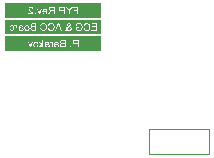
<source format=gbo>
%TF.GenerationSoftware,Altium Limited,Altium Designer,24.5.2 (23)*%
G04 Layer_Color=32896*
%FSLAX45Y45*%
%MOMM*%
%TF.SameCoordinates,D9EDD973-4EFE-478D-9CC6-8A1B8994CF0D*%
%TF.FilePolarity,Positive*%
%TF.FileFunction,Legend,Bot*%
%TF.Part,Single*%
G01*
G75*
%TA.AperFunction,NonConductor*%
%ADD42C,0.05000*%
G36*
X460094Y1212700D02*
X-355600D01*
Y1337974D01*
X460094D01*
Y1212700D01*
D02*
G37*
G36*
X460399Y1072700D02*
X-355600D01*
Y1199176D01*
X460399D01*
Y1072700D01*
D02*
G37*
G36*
X458065Y932700D02*
X-355600D01*
Y1057696D01*
X458065D01*
Y932700D01*
D02*
G37*
%LPC*%
G36*
X-137796Y1307974D02*
X-138721D01*
X-139368Y1307881D01*
X-140108Y1307789D01*
X-141032Y1307696D01*
X-142049Y1307511D01*
X-143066Y1307327D01*
X-145470Y1306679D01*
X-147874Y1305755D01*
X-149076Y1305200D01*
X-150278Y1304553D01*
X-151387Y1303721D01*
X-152404Y1302796D01*
X-152497Y1302704D01*
X-152682Y1302611D01*
X-152867Y1302241D01*
X-153236Y1301872D01*
X-153699Y1301409D01*
X-154161Y1300762D01*
X-154623Y1300115D01*
X-155178Y1299283D01*
X-156103Y1297526D01*
X-157027Y1295307D01*
X-157397Y1294198D01*
X-157582Y1292903D01*
X-157767Y1291609D01*
X-157859Y1290222D01*
Y1290037D01*
Y1289575D01*
X-157767Y1288835D01*
X-157674Y1287818D01*
X-157489Y1286709D01*
X-157120Y1285414D01*
X-156750Y1284028D01*
X-156195Y1282641D01*
X-156103Y1282456D01*
X-155918Y1281994D01*
X-155548Y1281254D01*
X-154993Y1280237D01*
X-154253Y1279127D01*
X-153329Y1277741D01*
X-152219Y1276354D01*
X-150925Y1274782D01*
X-150740Y1274597D01*
X-150278Y1274042D01*
X-149816Y1273580D01*
X-149353Y1273118D01*
X-148799Y1272563D01*
X-148059Y1271823D01*
X-147319Y1271084D01*
X-146395Y1270252D01*
X-145470Y1269327D01*
X-144361Y1268310D01*
X-143159Y1267293D01*
X-141864Y1266091D01*
X-140385Y1264889D01*
X-138906Y1263595D01*
X-138813Y1263502D01*
X-138628Y1263318D01*
X-138259Y1263040D01*
X-137796Y1262670D01*
X-137242Y1262116D01*
X-136594Y1261561D01*
X-135115Y1260359D01*
X-133543Y1258972D01*
X-132064Y1257585D01*
X-130770Y1256383D01*
X-130215Y1255921D01*
X-129753Y1255459D01*
X-129660Y1255366D01*
X-129383Y1255089D01*
X-129013Y1254719D01*
X-128551Y1254164D01*
X-128088Y1253517D01*
X-127534Y1252870D01*
X-126424Y1251298D01*
X-157952D01*
Y1243717D01*
X-115514D01*
Y1244734D01*
X-115607Y1245474D01*
X-115699Y1246306D01*
X-115884Y1247230D01*
X-116069Y1248155D01*
X-116439Y1249172D01*
Y1249264D01*
X-116531Y1249357D01*
X-116716Y1249911D01*
X-117086Y1250743D01*
X-117641Y1251853D01*
X-118381Y1253147D01*
X-119305Y1254627D01*
X-120322Y1256106D01*
X-121616Y1257678D01*
Y1257770D01*
X-121801Y1257863D01*
X-122264Y1258417D01*
X-123096Y1259249D01*
X-124298Y1260451D01*
X-125685Y1261838D01*
X-127441Y1263502D01*
X-129568Y1265352D01*
X-131879Y1267293D01*
X-131972Y1267386D01*
X-132341Y1267663D01*
X-132896Y1268125D01*
X-133543Y1268680D01*
X-134375Y1269420D01*
X-135392Y1270252D01*
X-136409Y1271176D01*
X-137611Y1272193D01*
X-139923Y1274412D01*
X-142234Y1276631D01*
X-143344Y1277741D01*
X-144361Y1278850D01*
X-145285Y1279867D01*
X-146025Y1280884D01*
Y1280977D01*
X-146210Y1281069D01*
X-146395Y1281346D01*
X-146580Y1281716D01*
X-147227Y1282733D01*
X-147966Y1283935D01*
X-148614Y1285414D01*
X-149261Y1286986D01*
X-149631Y1288743D01*
X-149816Y1290407D01*
Y1290500D01*
Y1290592D01*
X-149723Y1291147D01*
X-149631Y1292071D01*
X-149353Y1293088D01*
X-148983Y1294383D01*
X-148336Y1295677D01*
X-147504Y1296971D01*
X-146395Y1298266D01*
X-146210Y1298451D01*
X-145747Y1298821D01*
X-145100Y1299283D01*
X-144083Y1299930D01*
X-142789Y1300485D01*
X-141310Y1301040D01*
X-139553Y1301409D01*
X-137611Y1301502D01*
X-137057D01*
X-136687Y1301409D01*
X-135577Y1301317D01*
X-134283Y1301040D01*
X-132896Y1300670D01*
X-131324Y1300023D01*
X-129845Y1299190D01*
X-128458Y1298081D01*
X-128273Y1297896D01*
X-127903Y1297434D01*
X-127349Y1296694D01*
X-126794Y1295585D01*
X-126147Y1294290D01*
X-125592Y1292626D01*
X-125222Y1290777D01*
X-125037Y1288650D01*
X-116994Y1289483D01*
Y1289575D01*
X-117086Y1289852D01*
Y1290315D01*
X-117179Y1290962D01*
X-117363Y1291702D01*
X-117548Y1292534D01*
X-117826Y1293551D01*
X-118103Y1294568D01*
X-118843Y1296787D01*
X-119952Y1299006D01*
X-120599Y1300115D01*
X-121432Y1301224D01*
X-122264Y1302241D01*
X-123188Y1303166D01*
X-123281Y1303259D01*
X-123466Y1303351D01*
X-123743Y1303628D01*
X-124205Y1303906D01*
X-124760Y1304276D01*
X-125407Y1304645D01*
X-126147Y1305108D01*
X-127071Y1305570D01*
X-128088Y1306032D01*
X-129198Y1306494D01*
X-130400Y1306864D01*
X-131694Y1307234D01*
X-133081Y1307511D01*
X-134560Y1307789D01*
X-136132Y1307881D01*
X-137796Y1307974D01*
D02*
G37*
G36*
X214923Y1307696D02*
X204661D01*
X192087Y1288281D01*
Y1288188D01*
X191902Y1288003D01*
X191717Y1287726D01*
X191532Y1287356D01*
X191162Y1286894D01*
X190792Y1286339D01*
X189960Y1284952D01*
X188943Y1283288D01*
X187834Y1281439D01*
X186632Y1279497D01*
X185522Y1277463D01*
Y1277556D01*
X185430Y1277741D01*
X185245Y1278018D01*
X184968Y1278388D01*
X184690Y1278850D01*
X184320Y1279405D01*
X183488Y1280792D01*
X182471Y1282456D01*
X181269Y1284397D01*
X179883Y1286524D01*
X178403Y1288835D01*
X166107Y1307696D01*
X156214D01*
X181732Y1270806D01*
Y1243717D01*
X190238D01*
Y1270806D01*
X214923Y1307696D01*
D02*
G37*
G36*
X-44323Y1290130D02*
X-52644D01*
X-62630Y1262300D01*
Y1262208D01*
X-62722Y1262116D01*
X-62814Y1261838D01*
X-62907Y1261561D01*
X-63184Y1260636D01*
X-63554Y1259434D01*
X-64016Y1258048D01*
X-64571Y1256476D01*
X-65033Y1254719D01*
X-65588Y1252962D01*
X-65681Y1253147D01*
X-65773Y1253610D01*
X-66050Y1254349D01*
X-66328Y1255459D01*
X-66790Y1256661D01*
X-67252Y1258232D01*
X-67900Y1259897D01*
X-68547Y1261746D01*
X-78809Y1290130D01*
X-86945D01*
X-69286Y1243717D01*
X-61797D01*
X-44323Y1290130D01*
D02*
G37*
G36*
X-18436Y1291147D02*
X-19360D01*
X-20007Y1291054D01*
X-20747Y1290962D01*
X-21672Y1290777D01*
X-22689Y1290592D01*
X-23890Y1290315D01*
X-25000Y1290037D01*
X-26294Y1289575D01*
X-27496Y1289113D01*
X-28791Y1288466D01*
X-30085Y1287726D01*
X-31379Y1286894D01*
X-32581Y1285877D01*
X-33691Y1284767D01*
X-33783Y1284675D01*
X-33968Y1284490D01*
X-34246Y1284120D01*
X-34615Y1283565D01*
X-35078Y1282918D01*
X-35540Y1282179D01*
X-36095Y1281254D01*
X-36649Y1280145D01*
X-37204Y1278943D01*
X-37759Y1277648D01*
X-38221Y1276169D01*
X-38683Y1274597D01*
X-39053Y1272840D01*
X-39331Y1270991D01*
X-39516Y1269050D01*
X-39608Y1266923D01*
Y1265814D01*
X-39516Y1264889D01*
X-4845D01*
Y1264797D01*
Y1264519D01*
X-4937Y1264150D01*
Y1263595D01*
X-5029Y1262948D01*
X-5214Y1262208D01*
X-5492Y1260544D01*
X-6046Y1258695D01*
X-6786Y1256661D01*
X-7803Y1254812D01*
X-9098Y1253147D01*
X-9190D01*
X-9282Y1252962D01*
X-9837Y1252500D01*
X-10669Y1251853D01*
X-11779Y1251206D01*
X-13258Y1250466D01*
X-14922Y1249819D01*
X-16771Y1249357D01*
X-17788Y1249264D01*
X-18898Y1249172D01*
X-19638D01*
X-20470Y1249264D01*
X-21487Y1249449D01*
X-22596Y1249726D01*
X-23890Y1250096D01*
X-25092Y1250651D01*
X-26294Y1251391D01*
X-26387Y1251483D01*
X-26849Y1251853D01*
X-27404Y1252408D01*
X-28051Y1253147D01*
X-28791Y1254164D01*
X-29623Y1255459D01*
X-30455Y1256938D01*
X-31195Y1258695D01*
X-39331Y1257678D01*
Y1257585D01*
X-39238Y1257400D01*
X-39146Y1257031D01*
X-38961Y1256476D01*
X-38683Y1255921D01*
X-38406Y1255181D01*
X-37666Y1253610D01*
X-36742Y1251853D01*
X-35447Y1250004D01*
X-33968Y1248247D01*
X-32119Y1246583D01*
X-32027D01*
X-31842Y1246398D01*
X-31564Y1246213D01*
X-31195Y1245936D01*
X-30640Y1245658D01*
X-30085Y1245381D01*
X-29345Y1245011D01*
X-28513Y1244641D01*
X-27589Y1244272D01*
X-26664Y1243902D01*
X-24353Y1243347D01*
X-21764Y1242885D01*
X-18898Y1242700D01*
X-17881D01*
X-17234Y1242792D01*
X-16402Y1242885D01*
X-15385Y1243070D01*
X-14275Y1243255D01*
X-13073Y1243439D01*
X-10484Y1244179D01*
X-9098Y1244734D01*
X-7803Y1245289D01*
X-6416Y1246028D01*
X-5122Y1246860D01*
X-3920Y1247785D01*
X-2718Y1248894D01*
X-2626Y1248987D01*
X-2441Y1249172D01*
X-2163Y1249542D01*
X-1793Y1250096D01*
X-1331Y1250743D01*
X-869Y1251483D01*
X-314Y1252408D01*
X241Y1253425D01*
X795Y1254627D01*
X1350Y1255921D01*
X1812Y1257400D01*
X2275Y1258972D01*
X2644Y1260636D01*
X2922Y1262485D01*
X3107Y1264427D01*
X3199Y1266461D01*
Y1267570D01*
X3107Y1268403D01*
X3014Y1269420D01*
X2922Y1270529D01*
X2737Y1271823D01*
X2459Y1273118D01*
X1720Y1276076D01*
X1258Y1277556D01*
X703Y1279127D01*
X-37Y1280607D01*
X-869Y1281994D01*
X-1793Y1283380D01*
X-2811Y1284675D01*
X-2903Y1284767D01*
X-3088Y1284952D01*
X-3458Y1285230D01*
X-3920Y1285692D01*
X-4475Y1286154D01*
X-5214Y1286709D01*
X-6046Y1287356D01*
X-7063Y1287911D01*
X-8081Y1288558D01*
X-9282Y1289113D01*
X-10577Y1289667D01*
X-11964Y1290130D01*
X-13443Y1290592D01*
X-15015Y1290869D01*
X-16679Y1291054D01*
X-18436Y1291147D01*
D02*
G37*
G36*
X262446Y1307696D02*
X219176D01*
Y1300115D01*
X253940D01*
Y1280329D01*
X223892D01*
Y1272748D01*
X253940D01*
Y1243717D01*
X262446D01*
Y1307696D01*
D02*
G37*
G36*
X148540D02*
X122282D01*
X120896Y1307604D01*
X119324Y1307511D01*
X117660Y1307419D01*
X116088Y1307234D01*
X114701Y1307049D01*
X114516D01*
X113869Y1306864D01*
X113037Y1306679D01*
X111927Y1306402D01*
X110725Y1305940D01*
X109431Y1305385D01*
X108044Y1304738D01*
X106842Y1303998D01*
X106657Y1303906D01*
X106288Y1303628D01*
X105733Y1303074D01*
X104993Y1302426D01*
X104161Y1301594D01*
X103329Y1300485D01*
X102404Y1299283D01*
X101665Y1297896D01*
X101572Y1297711D01*
X101387Y1297249D01*
X101018Y1296417D01*
X100648Y1295307D01*
X100370Y1294013D01*
X100001Y1292534D01*
X99816Y1290869D01*
X99723Y1289113D01*
Y1288373D01*
X99816Y1287726D01*
X99908Y1287079D01*
X100001Y1286247D01*
X100185Y1285322D01*
X100370Y1284305D01*
X101018Y1282179D01*
X101387Y1281069D01*
X101942Y1279867D01*
X102589Y1278665D01*
X103237Y1277556D01*
X104069Y1276446D01*
X104993Y1275337D01*
X105086Y1275244D01*
X105271Y1275059D01*
X105548Y1274782D01*
X106010Y1274505D01*
X106565Y1274042D01*
X107305Y1273580D01*
X108229Y1273025D01*
X109246Y1272563D01*
X110448Y1272008D01*
X111835Y1271454D01*
X113314Y1270991D01*
X115071Y1270622D01*
X116920Y1270252D01*
X118954Y1269974D01*
X121265Y1269789D01*
X123669Y1269697D01*
X140034D01*
Y1243717D01*
X148540D01*
Y1307696D01*
D02*
G37*
G36*
X63943D02*
X34264D01*
X33525Y1307604D01*
X32693D01*
X30751Y1307511D01*
X28717Y1307234D01*
X26498Y1306957D01*
X24464Y1306494D01*
X23447Y1306217D01*
X22615Y1305940D01*
X22522D01*
X22430Y1305847D01*
X21875Y1305570D01*
X21043Y1305200D01*
X20026Y1304553D01*
X18917Y1303721D01*
X17715Y1302611D01*
X16605Y1301317D01*
X15496Y1299838D01*
Y1299745D01*
X15403Y1299653D01*
X15033Y1299098D01*
X14664Y1298173D01*
X14109Y1296971D01*
X13647Y1295585D01*
X13184Y1293920D01*
X12907Y1292164D01*
X12815Y1290222D01*
Y1290130D01*
Y1289945D01*
Y1289575D01*
X12907Y1289113D01*
Y1288466D01*
X12999Y1287818D01*
X13369Y1286247D01*
X13924Y1284397D01*
X14664Y1282456D01*
X15773Y1280514D01*
X16513Y1279590D01*
X17252Y1278665D01*
X17345Y1278573D01*
X17437Y1278480D01*
X17715Y1278203D01*
X18085Y1277926D01*
X18547Y1277556D01*
X19102Y1277186D01*
X19841Y1276724D01*
X20581Y1276169D01*
X21505Y1275707D01*
X22522Y1275244D01*
X23632Y1274690D01*
X24834Y1274227D01*
X26221Y1273857D01*
X27608Y1273395D01*
X29179Y1273118D01*
X30843Y1272840D01*
X30659Y1272748D01*
X30289Y1272563D01*
X29734Y1272193D01*
X28994Y1271823D01*
X27330Y1270806D01*
X26498Y1270159D01*
X25758Y1269605D01*
X25573Y1269420D01*
X25111Y1268957D01*
X24372Y1268218D01*
X23447Y1267293D01*
X22430Y1265999D01*
X21228Y1264612D01*
X20026Y1262948D01*
X18732Y1261099D01*
X7729Y1243717D01*
X18269D01*
X26683Y1257031D01*
Y1257123D01*
X26868Y1257308D01*
X27053Y1257585D01*
X27330Y1257955D01*
X27977Y1258972D01*
X28809Y1260266D01*
X29826Y1261653D01*
X30843Y1263133D01*
X31860Y1264519D01*
X32785Y1265814D01*
X32878Y1265906D01*
X33155Y1266276D01*
X33617Y1266831D01*
X34264Y1267478D01*
X35651Y1268865D01*
X36391Y1269512D01*
X37130Y1270067D01*
X37223Y1270159D01*
X37408Y1270252D01*
X37778Y1270437D01*
X38332Y1270714D01*
X38887Y1270991D01*
X39534Y1271269D01*
X41014Y1271731D01*
X41106D01*
X41291Y1271823D01*
X41661D01*
X42123Y1271916D01*
X42770Y1272008D01*
X43510D01*
X44527Y1272101D01*
X55437D01*
Y1243717D01*
X63943D01*
Y1307696D01*
D02*
G37*
G36*
X-96191Y1252685D02*
X-105159D01*
Y1243717D01*
X-96191D01*
Y1252685D01*
D02*
G37*
%LPD*%
G36*
X-17603Y1284582D02*
X-16586Y1284490D01*
X-15385Y1284213D01*
X-13905Y1283750D01*
X-12333Y1283103D01*
X-10854Y1282179D01*
X-9375Y1280977D01*
X-9190Y1280792D01*
X-8820Y1280329D01*
X-8173Y1279497D01*
X-7526Y1278388D01*
X-6786Y1277093D01*
X-6139Y1275429D01*
X-5584Y1273488D01*
X-5307Y1271361D01*
X-31287D01*
Y1271454D01*
Y1271639D01*
X-31195Y1271916D01*
Y1272286D01*
X-31010Y1273395D01*
X-30732Y1274597D01*
X-30270Y1276076D01*
X-29808Y1277463D01*
X-29068Y1278850D01*
X-28236Y1280052D01*
Y1280145D01*
X-28051Y1280237D01*
X-27589Y1280792D01*
X-26757Y1281531D01*
X-25647Y1282363D01*
X-24260Y1283196D01*
X-22596Y1283935D01*
X-20655Y1284490D01*
X-19638Y1284582D01*
X-18528Y1284675D01*
X-17973D01*
X-17603Y1284582D01*
D02*
G37*
G36*
X140034Y1277278D02*
X122837D01*
X122190Y1277371D01*
X121543D01*
X120803Y1277463D01*
X119046Y1277648D01*
X117105Y1278018D01*
X115163Y1278573D01*
X113407Y1279312D01*
X112575Y1279775D01*
X111927Y1280329D01*
X111742Y1280514D01*
X111373Y1280884D01*
X110818Y1281624D01*
X110171Y1282548D01*
X109524Y1283750D01*
X108969Y1285230D01*
X108599Y1286894D01*
X108414Y1288835D01*
Y1288928D01*
Y1289020D01*
Y1289483D01*
X108507Y1290315D01*
X108691Y1291239D01*
X108876Y1292256D01*
X109246Y1293458D01*
X109801Y1294568D01*
X110448Y1295677D01*
X110541Y1295770D01*
X110818Y1296139D01*
X111280Y1296602D01*
X111835Y1297249D01*
X112667Y1297896D01*
X113592Y1298451D01*
X114609Y1299006D01*
X115811Y1299468D01*
X115903D01*
X116273Y1299560D01*
X116828Y1299653D01*
X117567Y1299838D01*
X118677Y1299930D01*
X120064Y1300023D01*
X121728Y1300115D01*
X140034D01*
Y1277278D01*
D02*
G37*
G36*
X55437Y1279405D02*
X36391D01*
X35281Y1279497D01*
X33987Y1279590D01*
X32508Y1279682D01*
X31028Y1279867D01*
X29549Y1280145D01*
X28255Y1280514D01*
X28070Y1280607D01*
X27700Y1280792D01*
X27145Y1281069D01*
X26406Y1281439D01*
X25573Y1281994D01*
X24741Y1282641D01*
X23909Y1283473D01*
X23262Y1284397D01*
X23170Y1284490D01*
X22985Y1284860D01*
X22707Y1285414D01*
X22338Y1286154D01*
X22060Y1286986D01*
X21783Y1287911D01*
X21598Y1289020D01*
X21505Y1290130D01*
Y1290222D01*
Y1290315D01*
X21598Y1290869D01*
X21690Y1291702D01*
X21875Y1292811D01*
X22338Y1293920D01*
X22892Y1295215D01*
X23724Y1296417D01*
X24834Y1297619D01*
X25019Y1297711D01*
X25481Y1298081D01*
X26221Y1298543D01*
X27423Y1299098D01*
X28809Y1299653D01*
X30659Y1300115D01*
X32785Y1300485D01*
X35281Y1300577D01*
X55437D01*
Y1279405D01*
D02*
G37*
%LPC*%
G36*
X-221270Y1151517D02*
X-222287D01*
X-223304Y1151424D01*
X-224691Y1151332D01*
X-226263Y1151147D01*
X-227834Y1150869D01*
X-229406Y1150500D01*
X-230885Y1150037D01*
X-231070Y1149945D01*
X-231533Y1149760D01*
X-232180Y1149483D01*
X-233012Y1149113D01*
X-233937Y1148558D01*
X-234861Y1148003D01*
X-235693Y1147264D01*
X-236433Y1146524D01*
X-236525Y1146432D01*
X-236710Y1146154D01*
X-236988Y1145692D01*
X-237357Y1145137D01*
X-237820Y1144305D01*
X-238190Y1143473D01*
X-238559Y1142456D01*
X-238837Y1141254D01*
Y1141162D01*
X-238929Y1140884D01*
X-239022Y1140329D01*
X-239114Y1139590D01*
Y1138573D01*
X-239207Y1137371D01*
X-239299Y1135799D01*
Y1134042D01*
Y1123502D01*
Y1123410D01*
Y1123040D01*
Y1122485D01*
Y1121746D01*
Y1120914D01*
Y1119897D01*
X-239391Y1117678D01*
Y1115366D01*
X-239484Y1113055D01*
X-239576Y1112038D01*
Y1111113D01*
X-239669Y1110281D01*
X-239761Y1109634D01*
Y1109542D01*
X-239854Y1109172D01*
X-239946Y1108617D01*
X-240224Y1107877D01*
X-240408Y1107045D01*
X-240778Y1106121D01*
X-241241Y1105104D01*
X-241703Y1104087D01*
X-233474D01*
X-233382Y1104179D01*
X-233289Y1104549D01*
X-233104Y1105011D01*
X-232827Y1105751D01*
X-232550Y1106583D01*
X-232365Y1107600D01*
X-232180Y1108709D01*
X-231995Y1109911D01*
X-231903D01*
X-231810Y1109727D01*
X-231255Y1109264D01*
X-230423Y1108617D01*
X-229314Y1107785D01*
X-227927Y1106953D01*
X-226540Y1106028D01*
X-225061Y1105196D01*
X-223489Y1104549D01*
X-223304Y1104457D01*
X-222749Y1104364D01*
X-221917Y1104087D01*
X-220900Y1103809D01*
X-219606Y1103532D01*
X-218127Y1103347D01*
X-216462Y1103162D01*
X-214798Y1103070D01*
X-214058D01*
X-213504Y1103162D01*
X-212857D01*
X-212117Y1103255D01*
X-210453Y1103532D01*
X-208604Y1103994D01*
X-206570Y1104641D01*
X-204720Y1105566D01*
X-203056Y1106768D01*
X-202871Y1106953D01*
X-202409Y1107415D01*
X-201762Y1108247D01*
X-201022Y1109357D01*
X-200283Y1110744D01*
X-199635Y1112315D01*
X-199173Y1114257D01*
X-199081Y1115181D01*
X-198988Y1116291D01*
Y1116846D01*
X-199081Y1117493D01*
X-199173Y1118325D01*
X-199358Y1119342D01*
X-199635Y1120359D01*
X-200005Y1121468D01*
X-200467Y1122485D01*
X-200560Y1122578D01*
X-200745Y1122948D01*
X-201115Y1123502D01*
X-201577Y1124150D01*
X-202132Y1124889D01*
X-202871Y1125629D01*
X-203611Y1126369D01*
X-204536Y1127016D01*
X-204628Y1127108D01*
X-204998Y1127293D01*
X-205460Y1127663D01*
X-206200Y1128033D01*
X-207032Y1128403D01*
X-208049Y1128865D01*
X-209066Y1129235D01*
X-210268Y1129605D01*
X-210360D01*
X-210730Y1129697D01*
X-211285Y1129882D01*
X-212024Y1129974D01*
X-212949Y1130159D01*
X-214151Y1130344D01*
X-215538Y1130622D01*
X-217202Y1130806D01*
X-217294D01*
X-217664Y1130899D01*
X-218127D01*
X-218774Y1130991D01*
X-219513Y1131084D01*
X-220438Y1131269D01*
X-221455Y1131361D01*
X-222564Y1131546D01*
X-224783Y1132008D01*
X-227187Y1132471D01*
X-229314Y1133025D01*
X-230331Y1133303D01*
X-231255Y1133580D01*
Y1133673D01*
Y1133858D01*
X-231348Y1134412D01*
Y1135059D01*
Y1135429D01*
Y1135614D01*
Y1135707D01*
Y1135799D01*
Y1136354D01*
X-231255Y1137278D01*
X-231070Y1138295D01*
X-230793Y1139405D01*
X-230331Y1140514D01*
X-229776Y1141531D01*
X-229036Y1142363D01*
X-228944Y1142456D01*
X-228482Y1142826D01*
X-227742Y1143196D01*
X-226817Y1143750D01*
X-225523Y1144213D01*
X-224044Y1144675D01*
X-222195Y1144952D01*
X-220068Y1145045D01*
X-219144D01*
X-218219Y1144952D01*
X-216925Y1144767D01*
X-215630Y1144582D01*
X-214243Y1144213D01*
X-212949Y1143750D01*
X-211840Y1143103D01*
X-211747Y1143011D01*
X-211377Y1142733D01*
X-210915Y1142271D01*
X-210360Y1141531D01*
X-209806Y1140607D01*
X-209158Y1139405D01*
X-208604Y1137926D01*
X-208049Y1136261D01*
X-200375Y1137278D01*
Y1137371D01*
X-200467Y1137463D01*
Y1137741D01*
X-200560Y1138110D01*
X-200837Y1138943D01*
X-201207Y1140145D01*
X-201669Y1141346D01*
X-202224Y1142641D01*
X-202964Y1143935D01*
X-203796Y1145137D01*
X-203888Y1145230D01*
X-204258Y1145599D01*
X-204813Y1146154D01*
X-205553Y1146894D01*
X-206570Y1147633D01*
X-207771Y1148373D01*
X-209158Y1149205D01*
X-210730Y1149852D01*
X-210823D01*
X-210915Y1149945D01*
X-211192Y1150037D01*
X-211562Y1150130D01*
X-212487Y1150407D01*
X-213781Y1150685D01*
X-215260Y1150962D01*
X-217110Y1151239D01*
X-219051Y1151424D01*
X-221270Y1151517D01*
D02*
G37*
G36*
X185259Y1169176D02*
X183317D01*
X182855Y1169083D01*
X182300D01*
X181653Y1168991D01*
X180174Y1168713D01*
X178417Y1168159D01*
X176661Y1167419D01*
X174904Y1166494D01*
X174072Y1165847D01*
X173240Y1165108D01*
X173147D01*
X173055Y1164923D01*
X172592Y1164368D01*
X171853Y1163536D01*
X171113Y1162334D01*
X170374Y1160947D01*
X169634Y1159283D01*
X169172Y1157434D01*
X168987Y1156417D01*
Y1155400D01*
Y1155307D01*
Y1155030D01*
X169079Y1154568D01*
X169172Y1153920D01*
X169357Y1153088D01*
X169634Y1152164D01*
X170004Y1151147D01*
X170558Y1150037D01*
X171206Y1148835D01*
X171945Y1147633D01*
X172962Y1146339D01*
X174164Y1144952D01*
X175551Y1143658D01*
X177215Y1142363D01*
X179157Y1141069D01*
X181283Y1139775D01*
X169726Y1125259D01*
X169634Y1125444D01*
X169357Y1125906D01*
X168987Y1126738D01*
X168524Y1127848D01*
X168062Y1129142D01*
X167507Y1130714D01*
X167045Y1132378D01*
X166583Y1134227D01*
X158447Y1132471D01*
Y1132378D01*
X158539Y1132101D01*
X158632Y1131639D01*
X158817Y1131084D01*
X159001Y1130344D01*
X159279Y1129512D01*
X159649Y1128588D01*
X159926Y1127571D01*
X160758Y1125444D01*
X161683Y1123133D01*
X162792Y1120821D01*
X164087Y1118695D01*
X163994Y1118602D01*
X163902Y1118417D01*
X163624Y1118140D01*
X163347Y1117770D01*
X162422Y1116661D01*
X161220Y1115274D01*
X159741Y1113702D01*
X158077Y1112130D01*
X156135Y1110466D01*
X154101Y1108894D01*
X159371Y1102700D01*
X159464D01*
X159556Y1102885D01*
X159834Y1102977D01*
X160203Y1103255D01*
X161128Y1103994D01*
X162422Y1104919D01*
X163902Y1106213D01*
X165566Y1107692D01*
X167415Y1109542D01*
X169264Y1111668D01*
Y1111576D01*
X169449Y1111483D01*
X169911Y1110928D01*
X170743Y1110189D01*
X171760Y1109264D01*
X173055Y1108155D01*
X174442Y1107138D01*
X176106Y1106121D01*
X177770Y1105196D01*
X177862D01*
X177955Y1105104D01*
X178232Y1105011D01*
X178602Y1104826D01*
X179434Y1104549D01*
X180729Y1104179D01*
X182115Y1103717D01*
X183780Y1103439D01*
X185629Y1103162D01*
X187570Y1103070D01*
X188495D01*
X189235Y1103162D01*
X190067Y1103255D01*
X190991Y1103439D01*
X192101Y1103624D01*
X193210Y1103902D01*
X194412Y1104272D01*
X195706Y1104641D01*
X197001Y1105196D01*
X198295Y1105843D01*
X199590Y1106583D01*
X200884Y1107508D01*
X202086Y1108525D01*
X203195Y1109634D01*
X203288Y1109727D01*
X203380Y1109911D01*
X203658Y1110189D01*
X203935Y1110559D01*
X204305Y1111113D01*
X204675Y1111668D01*
X205507Y1113240D01*
X206339Y1114996D01*
X207079Y1117031D01*
X207633Y1119342D01*
X207726Y1120544D01*
X207818Y1121746D01*
Y1122301D01*
X207726Y1122763D01*
Y1123225D01*
X207633Y1123872D01*
X207356Y1125259D01*
X206894Y1126923D01*
X206246Y1128772D01*
X205322Y1130529D01*
X204028Y1132378D01*
X203935Y1132471D01*
X203843Y1132563D01*
X203658Y1132841D01*
X203288Y1133210D01*
X202456Y1134135D01*
X201161Y1135244D01*
X199590Y1136539D01*
X197648Y1137926D01*
X195337Y1139405D01*
X192655Y1140792D01*
X192748Y1140884D01*
X192840Y1140977D01*
X193025Y1141254D01*
X193395Y1141624D01*
X194135Y1142548D01*
X194967Y1143658D01*
X195984Y1144952D01*
X196908Y1146339D01*
X197833Y1147633D01*
X198480Y1148835D01*
X198573Y1149020D01*
X198665Y1149390D01*
X198942Y1149945D01*
X199127Y1150777D01*
X199405Y1151702D01*
X199682Y1152719D01*
X199775Y1153736D01*
X199867Y1154845D01*
Y1154937D01*
Y1155122D01*
Y1155400D01*
X199775Y1155770D01*
X199590Y1156879D01*
X199312Y1158266D01*
X198758Y1159838D01*
X197925Y1161502D01*
X197463Y1162334D01*
X196816Y1163166D01*
X196169Y1163998D01*
X195337Y1164830D01*
X195244Y1164923D01*
X195152Y1165015D01*
X194874Y1165200D01*
X194505Y1165477D01*
X194042Y1165847D01*
X193580Y1166217D01*
X192193Y1167049D01*
X190529Y1167789D01*
X188587Y1168529D01*
X186368Y1168991D01*
X185259Y1169176D01*
D02*
G37*
G36*
X271151D02*
X268192D01*
X267637Y1169083D01*
X266898D01*
X265141Y1168898D01*
X263199Y1168621D01*
X261165Y1168159D01*
X258946Y1167604D01*
X256820Y1166864D01*
X256727D01*
X256543Y1166772D01*
X256265Y1166679D01*
X255895Y1166494D01*
X254878Y1165940D01*
X253584Y1165293D01*
X252197Y1164368D01*
X250718Y1163259D01*
X249331Y1162057D01*
X248037Y1160577D01*
X247852Y1160392D01*
X247482Y1159838D01*
X246927Y1159006D01*
X246187Y1157804D01*
X245448Y1156324D01*
X244616Y1154475D01*
X243784Y1152441D01*
X243136Y1150130D01*
X250810Y1148096D01*
Y1148188D01*
X250903Y1148281D01*
X250995Y1148558D01*
X251088Y1148928D01*
X251365Y1149760D01*
X251735Y1150869D01*
X252290Y1152164D01*
X252937Y1153366D01*
X253584Y1154660D01*
X254416Y1155770D01*
X254509Y1155862D01*
X254786Y1156232D01*
X255341Y1156694D01*
X255988Y1157341D01*
X256820Y1158081D01*
X257929Y1158821D01*
X259131Y1159560D01*
X260518Y1160207D01*
X260703Y1160300D01*
X261165Y1160485D01*
X261997Y1160762D01*
X263107Y1161132D01*
X264401Y1161409D01*
X265881Y1161687D01*
X267545Y1161872D01*
X269301Y1161964D01*
X270318D01*
X270781Y1161872D01*
X271336D01*
X272722Y1161779D01*
X274294Y1161502D01*
X276051Y1161224D01*
X277715Y1160762D01*
X279379Y1160115D01*
X279564Y1160023D01*
X280119Y1159838D01*
X280858Y1159375D01*
X281783Y1158913D01*
X282892Y1158173D01*
X284094Y1157434D01*
X285204Y1156509D01*
X286221Y1155492D01*
X286313Y1155400D01*
X286683Y1155030D01*
X287145Y1154383D01*
X287700Y1153643D01*
X288347Y1152719D01*
X288995Y1151609D01*
X289642Y1150407D01*
X290289Y1149113D01*
Y1149020D01*
X290381Y1148835D01*
X290474Y1148558D01*
X290659Y1148096D01*
X290844Y1147541D01*
X291029Y1146894D01*
X291306Y1146154D01*
X291491Y1145322D01*
X291953Y1143380D01*
X292323Y1141162D01*
X292600Y1138850D01*
X292693Y1136261D01*
Y1136169D01*
Y1135892D01*
Y1135429D01*
X292600Y1134875D01*
Y1134135D01*
X292508Y1133210D01*
X292415Y1132286D01*
X292323Y1131269D01*
X291953Y1128957D01*
X291491Y1126553D01*
X290751Y1124150D01*
X289827Y1121838D01*
Y1121746D01*
X289642Y1121561D01*
X289549Y1121284D01*
X289272Y1120914D01*
X288625Y1119897D01*
X287608Y1118602D01*
X286406Y1117215D01*
X284927Y1115829D01*
X283170Y1114534D01*
X281228Y1113332D01*
X281136D01*
X280951Y1113240D01*
X280674Y1113055D01*
X280211Y1112870D01*
X279749Y1112685D01*
X279102Y1112500D01*
X277623Y1111945D01*
X275773Y1111483D01*
X273739Y1111021D01*
X271520Y1110651D01*
X269209Y1110559D01*
X268284D01*
X267730Y1110651D01*
X267175D01*
X265788Y1110836D01*
X264124Y1111021D01*
X262367Y1111391D01*
X260426Y1111945D01*
X258484Y1112593D01*
X258392D01*
X258207Y1112685D01*
X258022Y1112778D01*
X257652Y1112962D01*
X256635Y1113425D01*
X255526Y1113979D01*
X254231Y1114627D01*
X252844Y1115366D01*
X251550Y1116198D01*
X250440Y1117123D01*
Y1129142D01*
X269301D01*
Y1136724D01*
X242119D01*
Y1112962D01*
X242212Y1112870D01*
X242397Y1112778D01*
X242767Y1112500D01*
X243229Y1112130D01*
X243784Y1111761D01*
X244431Y1111298D01*
X245263Y1110744D01*
X246095Y1110189D01*
X248037Y1108987D01*
X250256Y1107692D01*
X252567Y1106491D01*
X255063Y1105474D01*
X255156D01*
X255341Y1105381D01*
X255710Y1105289D01*
X256173Y1105104D01*
X256820Y1104919D01*
X257560Y1104641D01*
X258392Y1104457D01*
X259224Y1104272D01*
X261258Y1103809D01*
X263569Y1103347D01*
X266066Y1103070D01*
X268654Y1102977D01*
X269579D01*
X270226Y1103070D01*
X271058D01*
X272075Y1103162D01*
X273185Y1103347D01*
X274387Y1103439D01*
X277068Y1103994D01*
X279934Y1104641D01*
X282892Y1105658D01*
X284372Y1106213D01*
X285851Y1106953D01*
X285944Y1107045D01*
X286221Y1107138D01*
X286591Y1107415D01*
X287145Y1107692D01*
X287793Y1108155D01*
X288440Y1108617D01*
X290197Y1109911D01*
X292046Y1111576D01*
X293987Y1113610D01*
X295836Y1115921D01*
X297501Y1118602D01*
Y1118695D01*
X297685Y1118972D01*
X297870Y1119342D01*
X298148Y1119989D01*
X298425Y1120636D01*
X298702Y1121561D01*
X299072Y1122485D01*
X299442Y1123595D01*
X299812Y1124797D01*
X300182Y1126184D01*
X300459Y1127571D01*
X300737Y1129050D01*
X301199Y1132286D01*
X301384Y1135707D01*
Y1136631D01*
X301291Y1137278D01*
Y1138110D01*
X301199Y1139128D01*
X301014Y1140145D01*
X300921Y1141346D01*
X300644Y1142641D01*
X300459Y1144028D01*
X299719Y1146986D01*
X298795Y1150037D01*
X297501Y1153088D01*
X297408Y1153181D01*
X297316Y1153458D01*
X297131Y1153828D01*
X296761Y1154383D01*
X296391Y1155122D01*
X295929Y1155862D01*
X294634Y1157619D01*
X293063Y1159653D01*
X291121Y1161594D01*
X288902Y1163536D01*
X287608Y1164368D01*
X286313Y1165200D01*
X286221Y1165293D01*
X285944Y1165385D01*
X285574Y1165570D01*
X285019Y1165847D01*
X284279Y1166125D01*
X283447Y1166494D01*
X282523Y1166864D01*
X281413Y1167234D01*
X280211Y1167604D01*
X278917Y1167881D01*
X277530Y1168251D01*
X276051Y1168529D01*
X272815Y1168991D01*
X271151Y1169176D01*
D02*
G37*
G36*
X336055D02*
X335130D01*
X334483Y1169083D01*
X333651Y1168991D01*
X332634Y1168898D01*
X331617Y1168806D01*
X330415Y1168529D01*
X327919Y1167974D01*
X325145Y1167142D01*
X323758Y1166587D01*
X322464Y1165940D01*
X321169Y1165108D01*
X319875Y1164276D01*
X319782Y1164183D01*
X319598Y1164091D01*
X319228Y1163813D01*
X318765Y1163351D01*
X318303Y1162889D01*
X317656Y1162242D01*
X317009Y1161502D01*
X316269Y1160762D01*
X315529Y1159838D01*
X314790Y1158728D01*
X313958Y1157619D01*
X313218Y1156417D01*
X312571Y1155030D01*
X311831Y1153643D01*
X311276Y1152164D01*
X310722Y1150500D01*
X319043Y1148558D01*
Y1148650D01*
X319135Y1148835D01*
X319320Y1149205D01*
X319505Y1149667D01*
X319690Y1150222D01*
X319967Y1150962D01*
X320707Y1152441D01*
X321632Y1154105D01*
X322741Y1155770D01*
X324128Y1157341D01*
X325607Y1158728D01*
X325792Y1158913D01*
X326347Y1159283D01*
X327271Y1159745D01*
X328473Y1160392D01*
X330045Y1160947D01*
X331802Y1161502D01*
X333928Y1161872D01*
X336240Y1161964D01*
X336979D01*
X337442Y1161872D01*
X338089D01*
X338828Y1161779D01*
X340585Y1161502D01*
X342527Y1161132D01*
X344561Y1160485D01*
X346687Y1159560D01*
X348629Y1158358D01*
X348721D01*
X348814Y1158173D01*
X349461Y1157711D01*
X350293Y1156972D01*
X351310Y1155862D01*
X352512Y1154475D01*
X353621Y1152903D01*
X354638Y1150962D01*
X355563Y1148835D01*
Y1148743D01*
X355655Y1148558D01*
X355748Y1148281D01*
X355840Y1147818D01*
X356025Y1147264D01*
X356210Y1146616D01*
X356487Y1145045D01*
X356857Y1143196D01*
X357227Y1141162D01*
X357412Y1138943D01*
X357504Y1136539D01*
Y1136446D01*
Y1136169D01*
Y1135707D01*
Y1135152D01*
X357412Y1134505D01*
Y1133673D01*
X357320Y1132748D01*
X357227Y1131731D01*
X356950Y1129512D01*
X356487Y1127108D01*
X355933Y1124704D01*
X355193Y1122301D01*
Y1122208D01*
X355101Y1122023D01*
X354916Y1121746D01*
X354731Y1121284D01*
X354176Y1120174D01*
X353344Y1118880D01*
X352327Y1117400D01*
X351033Y1115829D01*
X349553Y1114442D01*
X347797Y1113147D01*
X347704D01*
X347519Y1113055D01*
X347242Y1112870D01*
X346872Y1112685D01*
X346410Y1112500D01*
X345855Y1112223D01*
X344561Y1111668D01*
X342896Y1111113D01*
X341047Y1110651D01*
X339013Y1110281D01*
X336887Y1110189D01*
X336240D01*
X335685Y1110281D01*
X335038D01*
X334390Y1110374D01*
X332726Y1110744D01*
X330785Y1111206D01*
X328843Y1111945D01*
X326809Y1112962D01*
X325792Y1113517D01*
X324868Y1114257D01*
X324775Y1114349D01*
X324683Y1114442D01*
X324405Y1114719D01*
X324035Y1114996D01*
X323666Y1115459D01*
X323203Y1116014D01*
X322649Y1116568D01*
X322186Y1117308D01*
X321632Y1118140D01*
X320984Y1119065D01*
X320430Y1119989D01*
X319875Y1121099D01*
X319413Y1122301D01*
X318950Y1123595D01*
X318488Y1124982D01*
X318118Y1126461D01*
X309612Y1124335D01*
Y1124242D01*
X309705Y1123872D01*
X309890Y1123318D01*
X310167Y1122578D01*
X310444Y1121746D01*
X310814Y1120729D01*
X311276Y1119619D01*
X311831Y1118417D01*
X313126Y1115829D01*
X314790Y1113240D01*
X315807Y1111945D01*
X316824Y1110651D01*
X317933Y1109542D01*
X319228Y1108432D01*
X319320Y1108340D01*
X319505Y1108155D01*
X319967Y1107970D01*
X320430Y1107600D01*
X321169Y1107138D01*
X321909Y1106675D01*
X322926Y1106213D01*
X323943Y1105751D01*
X325145Y1105196D01*
X326439Y1104734D01*
X327826Y1104272D01*
X329305Y1103809D01*
X330877Y1103439D01*
X332541Y1103255D01*
X334298Y1103070D01*
X336147Y1102977D01*
X337164D01*
X337904Y1103070D01*
X338736D01*
X339753Y1103162D01*
X340862Y1103347D01*
X342157Y1103532D01*
X344838Y1103994D01*
X347612Y1104734D01*
X350385Y1105751D01*
X351680Y1106398D01*
X352974Y1107138D01*
X353067Y1107230D01*
X353252Y1107323D01*
X353621Y1107600D01*
X353991Y1107970D01*
X354546Y1108340D01*
X355193Y1108894D01*
X355933Y1109542D01*
X356672Y1110281D01*
X357412Y1111113D01*
X358244Y1111945D01*
X359908Y1114072D01*
X361480Y1116568D01*
X362867Y1119342D01*
Y1119434D01*
X363052Y1119712D01*
X363144Y1120174D01*
X363422Y1120729D01*
X363607Y1121468D01*
X363884Y1122393D01*
X364254Y1123410D01*
X364531Y1124519D01*
X364809Y1125721D01*
X365178Y1127108D01*
X365641Y1129974D01*
X366010Y1133210D01*
X366195Y1136539D01*
Y1137556D01*
X366103Y1138203D01*
Y1139128D01*
X366010Y1140052D01*
X365918Y1141254D01*
X365733Y1142456D01*
X365271Y1145137D01*
X364624Y1148096D01*
X363699Y1151054D01*
X362405Y1153920D01*
X362312Y1154013D01*
X362220Y1154290D01*
X362035Y1154660D01*
X361665Y1155122D01*
X361295Y1155770D01*
X360833Y1156509D01*
X359631Y1158173D01*
X358059Y1160023D01*
X356210Y1161872D01*
X354084Y1163721D01*
X351587Y1165293D01*
X351495Y1165385D01*
X351217Y1165477D01*
X350848Y1165662D01*
X350385Y1165940D01*
X349646Y1166217D01*
X348906Y1166494D01*
X347982Y1166864D01*
X346965Y1167234D01*
X345855Y1167604D01*
X344653Y1167974D01*
X342064Y1168529D01*
X339106Y1168991D01*
X336055Y1169176D01*
D02*
G37*
G36*
X32984D02*
X32059D01*
X31412Y1169083D01*
X30580Y1168991D01*
X29563Y1168898D01*
X28546Y1168806D01*
X27344Y1168529D01*
X24848Y1167974D01*
X22074Y1167142D01*
X20687Y1166587D01*
X19393Y1165940D01*
X18099Y1165108D01*
X16804Y1164276D01*
X16712Y1164183D01*
X16527Y1164091D01*
X16157Y1163813D01*
X15695Y1163351D01*
X15232Y1162889D01*
X14585Y1162242D01*
X13938Y1161502D01*
X13198Y1160762D01*
X12459Y1159838D01*
X11719Y1158728D01*
X10887Y1157619D01*
X10147Y1156417D01*
X9500Y1155030D01*
X8760Y1153643D01*
X8206Y1152164D01*
X7651Y1150500D01*
X15972Y1148558D01*
Y1148650D01*
X16064Y1148835D01*
X16249Y1149205D01*
X16434Y1149667D01*
X16619Y1150222D01*
X16897Y1150962D01*
X17636Y1152441D01*
X18561Y1154105D01*
X19670Y1155770D01*
X21057Y1157341D01*
X22536Y1158728D01*
X22721Y1158913D01*
X23276Y1159283D01*
X24201Y1159745D01*
X25403Y1160392D01*
X26974Y1160947D01*
X28731Y1161502D01*
X30857Y1161872D01*
X33169Y1161964D01*
X33908D01*
X34371Y1161872D01*
X35018D01*
X35758Y1161779D01*
X37514Y1161502D01*
X39456Y1161132D01*
X41490Y1160485D01*
X43616Y1159560D01*
X45558Y1158358D01*
X45650D01*
X45743Y1158173D01*
X46390Y1157711D01*
X47222Y1156972D01*
X48239Y1155862D01*
X49441Y1154475D01*
X50551Y1152903D01*
X51568Y1150962D01*
X52492Y1148835D01*
Y1148743D01*
X52585Y1148558D01*
X52677Y1148281D01*
X52770Y1147818D01*
X52954Y1147264D01*
X53139Y1146616D01*
X53417Y1145045D01*
X53787Y1143196D01*
X54156Y1141162D01*
X54341Y1138943D01*
X54434Y1136539D01*
Y1136446D01*
Y1136169D01*
Y1135707D01*
Y1135152D01*
X54341Y1134505D01*
Y1133673D01*
X54249Y1132748D01*
X54156Y1131731D01*
X53879Y1129512D01*
X53417Y1127108D01*
X52862Y1124704D01*
X52122Y1122301D01*
Y1122208D01*
X52030Y1122023D01*
X51845Y1121746D01*
X51660Y1121284D01*
X51105Y1120174D01*
X50273Y1118880D01*
X49256Y1117400D01*
X47962Y1115829D01*
X46483Y1114442D01*
X44726Y1113147D01*
X44633D01*
X44448Y1113055D01*
X44171Y1112870D01*
X43801Y1112685D01*
X43339Y1112500D01*
X42784Y1112223D01*
X41490Y1111668D01*
X39826Y1111113D01*
X37977Y1110651D01*
X35943Y1110281D01*
X33816Y1110189D01*
X33169D01*
X32614Y1110281D01*
X31967D01*
X31320Y1110374D01*
X29656Y1110744D01*
X27714Y1111206D01*
X25772Y1111945D01*
X23738Y1112962D01*
X22721Y1113517D01*
X21797Y1114257D01*
X21704Y1114349D01*
X21612Y1114442D01*
X21334Y1114719D01*
X20965Y1114996D01*
X20595Y1115459D01*
X20133Y1116014D01*
X19578Y1116568D01*
X19116Y1117308D01*
X18561Y1118140D01*
X17914Y1119065D01*
X17359Y1119989D01*
X16804Y1121099D01*
X16342Y1122301D01*
X15880Y1123595D01*
X15417Y1124982D01*
X15047Y1126461D01*
X6542Y1124335D01*
Y1124242D01*
X6634Y1123872D01*
X6819Y1123318D01*
X7096Y1122578D01*
X7374Y1121746D01*
X7743Y1120729D01*
X8206Y1119619D01*
X8760Y1118417D01*
X10055Y1115829D01*
X11719Y1113240D01*
X12736Y1111945D01*
X13753Y1110651D01*
X14863Y1109542D01*
X16157Y1108432D01*
X16249Y1108340D01*
X16434Y1108155D01*
X16897Y1107970D01*
X17359Y1107600D01*
X18099Y1107138D01*
X18838Y1106675D01*
X19855Y1106213D01*
X20872Y1105751D01*
X22074Y1105196D01*
X23369Y1104734D01*
X24755Y1104272D01*
X26235Y1103809D01*
X27806Y1103439D01*
X29471Y1103255D01*
X31227Y1103070D01*
X33076Y1102977D01*
X34093D01*
X34833Y1103070D01*
X35665D01*
X36682Y1103162D01*
X37792Y1103347D01*
X39086Y1103532D01*
X41767Y1103994D01*
X44541Y1104734D01*
X47315Y1105751D01*
X48609Y1106398D01*
X49903Y1107138D01*
X49996Y1107230D01*
X50181Y1107323D01*
X50551Y1107600D01*
X50920Y1107970D01*
X51475Y1108340D01*
X52122Y1108894D01*
X52862Y1109542D01*
X53602Y1110281D01*
X54341Y1111113D01*
X55173Y1111945D01*
X56838Y1114072D01*
X58409Y1116568D01*
X59796Y1119342D01*
Y1119434D01*
X59981Y1119712D01*
X60074Y1120174D01*
X60351Y1120729D01*
X60536Y1121468D01*
X60813Y1122393D01*
X61183Y1123410D01*
X61460Y1124519D01*
X61738Y1125721D01*
X62108Y1127108D01*
X62570Y1129974D01*
X62940Y1133210D01*
X63125Y1136539D01*
Y1137556D01*
X63032Y1138203D01*
Y1139128D01*
X62940Y1140052D01*
X62847Y1141254D01*
X62662Y1142456D01*
X62200Y1145137D01*
X61553Y1148096D01*
X60628Y1151054D01*
X59334Y1153920D01*
X59241Y1154013D01*
X59149Y1154290D01*
X58964Y1154660D01*
X58594Y1155122D01*
X58224Y1155770D01*
X57762Y1156509D01*
X56560Y1158173D01*
X54988Y1160023D01*
X53139Y1161872D01*
X51013Y1163721D01*
X48517Y1165293D01*
X48424Y1165385D01*
X48147Y1165477D01*
X47777Y1165662D01*
X47315Y1165940D01*
X46575Y1166217D01*
X45835Y1166494D01*
X44911Y1166864D01*
X43894Y1167234D01*
X42784Y1167604D01*
X41582Y1167974D01*
X38994Y1168529D01*
X36035Y1168991D01*
X32984Y1169176D01*
D02*
G37*
G36*
X-31550D02*
X-32475D01*
X-33122Y1169083D01*
X-33954Y1168991D01*
X-34971Y1168898D01*
X-35988Y1168806D01*
X-37190Y1168529D01*
X-39686Y1167974D01*
X-42460Y1167142D01*
X-43847Y1166587D01*
X-45141Y1165940D01*
X-46436Y1165108D01*
X-47730Y1164276D01*
X-47823Y1164183D01*
X-48008Y1164091D01*
X-48377Y1163813D01*
X-48840Y1163351D01*
X-49302Y1162889D01*
X-49949Y1162242D01*
X-50596Y1161502D01*
X-51336Y1160762D01*
X-52076Y1159838D01*
X-52815Y1158728D01*
X-53647Y1157619D01*
X-54387Y1156417D01*
X-55034Y1155030D01*
X-55774Y1153643D01*
X-56329Y1152164D01*
X-56883Y1150500D01*
X-48562Y1148558D01*
Y1148650D01*
X-48470Y1148835D01*
X-48285Y1149205D01*
X-48100Y1149667D01*
X-47915Y1150222D01*
X-47638Y1150962D01*
X-46898Y1152441D01*
X-45973Y1154105D01*
X-44864Y1155770D01*
X-43477Y1157341D01*
X-41998Y1158728D01*
X-41813Y1158913D01*
X-41258Y1159283D01*
X-40334Y1159745D01*
X-39132Y1160392D01*
X-37560Y1160947D01*
X-35803Y1161502D01*
X-33677Y1161872D01*
X-31365Y1161964D01*
X-30626D01*
X-30164Y1161872D01*
X-29516D01*
X-28777Y1161779D01*
X-27020Y1161502D01*
X-25078Y1161132D01*
X-23044Y1160485D01*
X-20918Y1159560D01*
X-18976Y1158358D01*
X-18884D01*
X-18791Y1158173D01*
X-18144Y1157711D01*
X-17312Y1156972D01*
X-16295Y1155862D01*
X-15093Y1154475D01*
X-13984Y1152903D01*
X-12967Y1150962D01*
X-12042Y1148835D01*
Y1148743D01*
X-11950Y1148558D01*
X-11857Y1148281D01*
X-11765Y1147818D01*
X-11580Y1147264D01*
X-11395Y1146616D01*
X-11118Y1145045D01*
X-10748Y1143196D01*
X-10378Y1141162D01*
X-10193Y1138943D01*
X-10101Y1136539D01*
Y1136446D01*
Y1136169D01*
Y1135707D01*
Y1135152D01*
X-10193Y1134505D01*
Y1133673D01*
X-10285Y1132748D01*
X-10378Y1131731D01*
X-10655Y1129512D01*
X-11118Y1127108D01*
X-11672Y1124704D01*
X-12412Y1122301D01*
Y1122208D01*
X-12504Y1122023D01*
X-12689Y1121746D01*
X-12874Y1121284D01*
X-13429Y1120174D01*
X-14261Y1118880D01*
X-15278Y1117400D01*
X-16572Y1115829D01*
X-18052Y1114442D01*
X-19808Y1113147D01*
X-19901D01*
X-20086Y1113055D01*
X-20363Y1112870D01*
X-20733Y1112685D01*
X-21195Y1112500D01*
X-21750Y1112223D01*
X-23044Y1111668D01*
X-24709Y1111113D01*
X-26558Y1110651D01*
X-28592Y1110281D01*
X-30718Y1110189D01*
X-31365D01*
X-31920Y1110281D01*
X-32567D01*
X-33215Y1110374D01*
X-34879Y1110744D01*
X-36820Y1111206D01*
X-38762Y1111945D01*
X-40796Y1112962D01*
X-41813Y1113517D01*
X-42738Y1114257D01*
X-42830Y1114349D01*
X-42922Y1114442D01*
X-43200Y1114719D01*
X-43570Y1114996D01*
X-43939Y1115459D01*
X-44402Y1116014D01*
X-44956Y1116568D01*
X-45419Y1117308D01*
X-45973Y1118140D01*
X-46621Y1119065D01*
X-47175Y1119989D01*
X-47730Y1121099D01*
X-48192Y1122301D01*
X-48655Y1123595D01*
X-49117Y1124982D01*
X-49487Y1126461D01*
X-57993Y1124335D01*
Y1124242D01*
X-57900Y1123872D01*
X-57715Y1123318D01*
X-57438Y1122578D01*
X-57161Y1121746D01*
X-56791Y1120729D01*
X-56329Y1119619D01*
X-55774Y1118417D01*
X-54479Y1115829D01*
X-52815Y1113240D01*
X-51798Y1111945D01*
X-50781Y1110651D01*
X-49672Y1109542D01*
X-48377Y1108432D01*
X-48285Y1108340D01*
X-48100Y1108155D01*
X-47638Y1107970D01*
X-47175Y1107600D01*
X-46436Y1107138D01*
X-45696Y1106675D01*
X-44679Y1106213D01*
X-43662Y1105751D01*
X-42460Y1105196D01*
X-41166Y1104734D01*
X-39779Y1104272D01*
X-38300Y1103809D01*
X-36728Y1103439D01*
X-35064Y1103255D01*
X-33307Y1103070D01*
X-31458Y1102977D01*
X-30441D01*
X-29701Y1103070D01*
X-28869D01*
X-27852Y1103162D01*
X-26743Y1103347D01*
X-25448Y1103532D01*
X-22767Y1103994D01*
X-19993Y1104734D01*
X-17220Y1105751D01*
X-15925Y1106398D01*
X-14631Y1107138D01*
X-14538Y1107230D01*
X-14354Y1107323D01*
X-13984Y1107600D01*
X-13614Y1107970D01*
X-13059Y1108340D01*
X-12412Y1108894D01*
X-11672Y1109542D01*
X-10933Y1110281D01*
X-10193Y1111113D01*
X-9361Y1111945D01*
X-7697Y1114072D01*
X-6125Y1116568D01*
X-4738Y1119342D01*
Y1119434D01*
X-4553Y1119712D01*
X-4461Y1120174D01*
X-4183Y1120729D01*
X-3998Y1121468D01*
X-3721Y1122393D01*
X-3351Y1123410D01*
X-3074Y1124519D01*
X-2797Y1125721D01*
X-2427Y1127108D01*
X-1964Y1129974D01*
X-1595Y1133210D01*
X-1410Y1136539D01*
Y1137556D01*
X-1502Y1138203D01*
Y1139128D01*
X-1595Y1140052D01*
X-1687Y1141254D01*
X-1872Y1142456D01*
X-2334Y1145137D01*
X-2981Y1148096D01*
X-3906Y1151054D01*
X-5200Y1153920D01*
X-5293Y1154013D01*
X-5385Y1154290D01*
X-5570Y1154660D01*
X-5940Y1155122D01*
X-6310Y1155770D01*
X-6772Y1156509D01*
X-7974Y1158173D01*
X-9546Y1160023D01*
X-11395Y1161872D01*
X-13521Y1163721D01*
X-16018Y1165293D01*
X-16110Y1165385D01*
X-16388Y1165477D01*
X-16757Y1165662D01*
X-17220Y1165940D01*
X-17959Y1166217D01*
X-18699Y1166494D01*
X-19624Y1166864D01*
X-20641Y1167234D01*
X-21750Y1167604D01*
X-22952Y1167974D01*
X-25541Y1168529D01*
X-28499Y1168991D01*
X-31550Y1169176D01*
D02*
G37*
G36*
X423241Y1168066D02*
X376920D01*
Y1160485D01*
X414735D01*
Y1140977D01*
X379324D01*
Y1133395D01*
X414735D01*
Y1111668D01*
X375441D01*
Y1104087D01*
X423241D01*
Y1168066D01*
D02*
G37*
G36*
X102881D02*
X93635D01*
X67470Y1104087D01*
X77085D01*
X84574Y1123502D01*
X111387D01*
X118321Y1104087D01*
X127289D01*
X102881Y1168066D01*
D02*
G37*
G36*
X-92941D02*
X-118089D01*
X-118736Y1167974D01*
X-119476D01*
X-121140Y1167789D01*
X-122989Y1167604D01*
X-124931Y1167234D01*
X-126872Y1166772D01*
X-128629Y1166125D01*
X-128722D01*
X-128814Y1166032D01*
X-129369Y1165755D01*
X-130201Y1165293D01*
X-131125Y1164645D01*
X-132235Y1163813D01*
X-133437Y1162796D01*
X-134546Y1161502D01*
X-135563Y1160115D01*
X-135656Y1159930D01*
X-135933Y1159375D01*
X-136395Y1158636D01*
X-136858Y1157526D01*
X-137320Y1156232D01*
X-137782Y1154845D01*
X-138060Y1153273D01*
X-138152Y1151702D01*
Y1151517D01*
Y1151054D01*
X-138060Y1150222D01*
X-137875Y1149205D01*
X-137597Y1148003D01*
X-137135Y1146709D01*
X-136580Y1145415D01*
X-135841Y1144028D01*
X-135748Y1143843D01*
X-135471Y1143473D01*
X-134916Y1142733D01*
X-134177Y1141994D01*
X-133252Y1141069D01*
X-132142Y1140052D01*
X-130756Y1139128D01*
X-129184Y1138203D01*
X-129276D01*
X-129461Y1138110D01*
X-129739Y1138018D01*
X-130108Y1137833D01*
X-131218Y1137463D01*
X-132512Y1136816D01*
X-133899Y1135984D01*
X-135471Y1134967D01*
X-136858Y1133765D01*
X-138152Y1132286D01*
X-138245Y1132101D01*
X-138614Y1131546D01*
X-139169Y1130714D01*
X-139724Y1129605D01*
X-140279Y1128125D01*
X-140833Y1126553D01*
X-141203Y1124704D01*
X-141296Y1122670D01*
Y1121931D01*
X-141203Y1121006D01*
X-141018Y1119897D01*
X-140833Y1118602D01*
X-140464Y1117215D01*
X-140001Y1115736D01*
X-139354Y1114257D01*
X-139262Y1114072D01*
X-138984Y1113610D01*
X-138614Y1112962D01*
X-138060Y1112038D01*
X-137320Y1111113D01*
X-136580Y1110096D01*
X-135656Y1109079D01*
X-134639Y1108247D01*
X-134546Y1108155D01*
X-134177Y1107877D01*
X-133529Y1107508D01*
X-132697Y1107138D01*
X-131680Y1106583D01*
X-130478Y1106028D01*
X-129184Y1105566D01*
X-127612Y1105104D01*
X-127427D01*
X-126872Y1104919D01*
X-125948Y1104826D01*
X-124746Y1104641D01*
X-123267Y1104457D01*
X-121510Y1104272D01*
X-119568Y1104179D01*
X-117350Y1104087D01*
X-92941D01*
Y1168066D01*
D02*
G37*
G36*
X-268423Y1151517D02*
X-269070D01*
X-269902Y1151424D01*
X-270919Y1151239D01*
X-272121Y1150869D01*
X-273415Y1150407D01*
X-274895Y1149760D01*
X-276466Y1148928D01*
X-273600Y1141716D01*
X-273508Y1141809D01*
X-273138Y1141994D01*
X-272583Y1142271D01*
X-271844Y1142548D01*
X-271011Y1142826D01*
X-269994Y1143103D01*
X-268977Y1143288D01*
X-267960Y1143380D01*
X-267498D01*
X-267036Y1143288D01*
X-266389Y1143196D01*
X-265741Y1143011D01*
X-264909Y1142733D01*
X-264077Y1142363D01*
X-263338Y1141809D01*
X-263245Y1141716D01*
X-262968Y1141531D01*
X-262690Y1141162D01*
X-262228Y1140699D01*
X-261766Y1140052D01*
X-261304Y1139312D01*
X-260841Y1138480D01*
X-260471Y1137463D01*
X-260379Y1137278D01*
X-260286Y1136724D01*
X-260102Y1135892D01*
X-259824Y1134782D01*
X-259547Y1133395D01*
X-259362Y1131823D01*
X-259269Y1130159D01*
X-259177Y1128310D01*
Y1104087D01*
X-251318D01*
Y1150500D01*
X-258437D01*
Y1143473D01*
X-258530Y1143565D01*
X-258900Y1144213D01*
X-259362Y1145045D01*
X-260102Y1146062D01*
X-260841Y1147079D01*
X-261673Y1148188D01*
X-262505Y1149113D01*
X-263338Y1149852D01*
X-263430Y1149945D01*
X-263707Y1150130D01*
X-264262Y1150407D01*
X-264817Y1150685D01*
X-265556Y1150962D01*
X-266481Y1151239D01*
X-267406Y1151424D01*
X-268423Y1151517D01*
D02*
G37*
G36*
X-170697D02*
X-171621D01*
X-172268Y1151424D01*
X-173100Y1151332D01*
X-174025Y1151147D01*
X-175042Y1150962D01*
X-176244Y1150777D01*
X-178740Y1149945D01*
X-180035Y1149483D01*
X-181329Y1148835D01*
X-182623Y1148188D01*
X-183918Y1147264D01*
X-185120Y1146339D01*
X-186322Y1145230D01*
X-186414Y1145137D01*
X-186599Y1144952D01*
X-186876Y1144582D01*
X-187246Y1144120D01*
X-187709Y1143473D01*
X-188263Y1142641D01*
X-188818Y1141716D01*
X-189373Y1140699D01*
X-189927Y1139590D01*
X-190482Y1138203D01*
X-191037Y1136816D01*
X-191499Y1135244D01*
X-191869Y1133580D01*
X-192146Y1131823D01*
X-192331Y1129974D01*
X-192424Y1127940D01*
Y1126461D01*
X-192331Y1125721D01*
X-192239Y1124797D01*
Y1123872D01*
X-192054Y1122855D01*
X-191777Y1120544D01*
X-191222Y1118232D01*
X-190575Y1115921D01*
X-189650Y1113795D01*
Y1113702D01*
X-189558Y1113610D01*
X-189373Y1113332D01*
X-189188Y1112962D01*
X-188541Y1112038D01*
X-187709Y1110928D01*
X-186599Y1109634D01*
X-185212Y1108340D01*
X-183640Y1107045D01*
X-181791Y1105843D01*
X-181699D01*
X-181606Y1105751D01*
X-181329Y1105566D01*
X-180867Y1105381D01*
X-180405Y1105196D01*
X-179850Y1105011D01*
X-178463Y1104457D01*
X-176891Y1103994D01*
X-174950Y1103532D01*
X-172916Y1103162D01*
X-170697Y1103070D01*
X-169772D01*
X-169032Y1103162D01*
X-168200Y1103255D01*
X-167276Y1103439D01*
X-166166Y1103624D01*
X-165057Y1103809D01*
X-162561Y1104549D01*
X-161174Y1105104D01*
X-159879Y1105658D01*
X-158585Y1106398D01*
X-157291Y1107230D01*
X-156089Y1108155D01*
X-154887Y1109264D01*
X-154794Y1109357D01*
X-154609Y1109542D01*
X-154332Y1109911D01*
X-153962Y1110466D01*
X-153500Y1111113D01*
X-153038Y1111853D01*
X-152483Y1112778D01*
X-151928Y1113887D01*
X-151373Y1115089D01*
X-150819Y1116476D01*
X-150356Y1117955D01*
X-149894Y1119527D01*
X-149524Y1121284D01*
X-149247Y1123133D01*
X-149062Y1125167D01*
X-148969Y1127293D01*
Y1127848D01*
X-149062Y1128495D01*
Y1129420D01*
X-149154Y1130437D01*
X-149339Y1131731D01*
X-149524Y1133025D01*
X-149894Y1134505D01*
X-150264Y1135984D01*
X-150726Y1137556D01*
X-151281Y1139220D01*
X-152021Y1140792D01*
X-152760Y1142271D01*
X-153777Y1143750D01*
X-154794Y1145137D01*
X-156089Y1146339D01*
X-156181Y1146432D01*
X-156366Y1146524D01*
X-156736Y1146801D01*
X-157198Y1147171D01*
X-157753Y1147541D01*
X-158492Y1148003D01*
X-159232Y1148466D01*
X-160157Y1148928D01*
X-161174Y1149390D01*
X-162283Y1149852D01*
X-164779Y1150685D01*
X-167646Y1151332D01*
X-169125Y1151424D01*
X-170697Y1151517D01*
D02*
G37*
G36*
X-310583Y1168066D02*
X-318441D01*
Y1104087D01*
X-311137D01*
Y1109911D01*
X-311045Y1109819D01*
X-310952Y1109634D01*
X-310675Y1109264D01*
X-310305Y1108802D01*
X-309843Y1108340D01*
X-309288Y1107785D01*
X-308641Y1107138D01*
X-307809Y1106491D01*
X-306977Y1105843D01*
X-306052Y1105196D01*
X-304943Y1104641D01*
X-303741Y1104179D01*
X-302539Y1103717D01*
X-301152Y1103347D01*
X-299673Y1103162D01*
X-298101Y1103070D01*
X-297546D01*
X-297176Y1103162D01*
X-296067Y1103255D01*
X-294773Y1103439D01*
X-293201Y1103809D01*
X-291444Y1104364D01*
X-289688Y1105104D01*
X-287931Y1106121D01*
X-287838D01*
X-287746Y1106306D01*
X-287191Y1106675D01*
X-286359Y1107415D01*
X-285342Y1108340D01*
X-284140Y1109542D01*
X-282938Y1111021D01*
X-281736Y1112685D01*
X-280719Y1114627D01*
Y1114719D01*
X-280627Y1114904D01*
X-280534Y1115181D01*
X-280349Y1115551D01*
X-280165Y1116106D01*
X-279887Y1116753D01*
X-279702Y1117400D01*
X-279517Y1118232D01*
X-279055Y1120082D01*
X-278593Y1122208D01*
X-278315Y1124612D01*
X-278223Y1127201D01*
Y1128403D01*
X-278315Y1128957D01*
Y1129697D01*
X-278500Y1131361D01*
X-278778Y1133303D01*
X-279240Y1135429D01*
X-279795Y1137648D01*
X-280534Y1139775D01*
Y1139867D01*
X-280627Y1140052D01*
X-280812Y1140329D01*
X-280997Y1140699D01*
X-281551Y1141716D01*
X-282291Y1143011D01*
X-283216Y1144398D01*
X-284418Y1145784D01*
X-285804Y1147264D01*
X-287469Y1148466D01*
X-287561D01*
X-287653Y1148558D01*
X-287931Y1148743D01*
X-288301Y1148928D01*
X-289225Y1149390D01*
X-290520Y1150037D01*
X-291999Y1150592D01*
X-293756Y1151054D01*
X-295697Y1151424D01*
X-297731Y1151517D01*
X-298471D01*
X-299210Y1151424D01*
X-300227Y1151332D01*
X-301429Y1151054D01*
X-302724Y1150777D01*
X-304018Y1150315D01*
X-305220Y1149667D01*
X-305405Y1149575D01*
X-305775Y1149390D01*
X-306330Y1148928D01*
X-307069Y1148466D01*
X-307994Y1147818D01*
X-308826Y1146986D01*
X-309750Y1146154D01*
X-310583Y1145137D01*
Y1168066D01*
D02*
G37*
%LPD*%
G36*
X-231163Y1127293D02*
X-230885Y1127201D01*
X-230516Y1127108D01*
X-230053Y1126923D01*
X-229499Y1126738D01*
X-228851Y1126553D01*
X-228112Y1126369D01*
X-227280Y1126091D01*
X-226263Y1125906D01*
X-225246Y1125629D01*
X-224044Y1125352D01*
X-222749Y1125074D01*
X-221455Y1124797D01*
X-219976Y1124612D01*
X-218404Y1124335D01*
X-218219D01*
X-217664Y1124242D01*
X-216740Y1124057D01*
X-215723Y1123872D01*
X-214613Y1123687D01*
X-213504Y1123410D01*
X-212487Y1123133D01*
X-211562Y1122763D01*
X-211470D01*
X-211192Y1122578D01*
X-210823Y1122393D01*
X-210453Y1122116D01*
X-209343Y1121376D01*
X-208419Y1120266D01*
Y1120174D01*
X-208234Y1119989D01*
X-208141Y1119619D01*
X-207956Y1119157D01*
X-207771Y1118602D01*
X-207587Y1118048D01*
X-207494Y1117308D01*
X-207402Y1116568D01*
Y1116476D01*
Y1116014D01*
X-207494Y1115459D01*
X-207679Y1114719D01*
X-207956Y1113887D01*
X-208419Y1113055D01*
X-208973Y1112130D01*
X-209713Y1111298D01*
X-209806Y1111206D01*
X-210175Y1111021D01*
X-210730Y1110651D01*
X-211470Y1110281D01*
X-212487Y1109911D01*
X-213689Y1109542D01*
X-215076Y1109357D01*
X-216740Y1109264D01*
X-217479D01*
X-218404Y1109357D01*
X-219421Y1109542D01*
X-220715Y1109727D01*
X-222010Y1110096D01*
X-223397Y1110559D01*
X-224783Y1111206D01*
X-224968Y1111298D01*
X-225338Y1111576D01*
X-225985Y1112038D01*
X-226725Y1112685D01*
X-227557Y1113425D01*
X-228482Y1114349D01*
X-229221Y1115459D01*
X-229961Y1116661D01*
X-230053Y1116753D01*
X-230146Y1117123D01*
X-230331Y1117770D01*
X-230608Y1118602D01*
X-230885Y1119712D01*
X-231070Y1121006D01*
X-231163Y1122578D01*
X-231255Y1124427D01*
X-231348Y1127386D01*
X-231255D01*
X-231163Y1127293D01*
D02*
G37*
G36*
X185536Y1162611D02*
X186276Y1162426D01*
X187108Y1162149D01*
X187940Y1161779D01*
X188865Y1161317D01*
X189697Y1160577D01*
X189789Y1160485D01*
X190067Y1160207D01*
X190344Y1159745D01*
X190714Y1159190D01*
X191176Y1158451D01*
X191454Y1157619D01*
X191731Y1156694D01*
X191823Y1155585D01*
Y1155492D01*
Y1155307D01*
Y1155030D01*
X191731Y1154660D01*
X191546Y1153643D01*
X191084Y1152441D01*
Y1152349D01*
X190899Y1152164D01*
X190806Y1151794D01*
X190529Y1151424D01*
X189789Y1150222D01*
X188772Y1148928D01*
X185351Y1144860D01*
X185259D01*
X185167Y1144952D01*
X184889Y1145137D01*
X184519Y1145415D01*
X183595Y1145969D01*
X182578Y1146709D01*
X181468Y1147449D01*
X180359Y1148373D01*
X179342Y1149298D01*
X178602Y1150130D01*
X178510Y1150222D01*
X178325Y1150500D01*
X178140Y1151054D01*
X177770Y1151609D01*
X177493Y1152349D01*
X177308Y1153273D01*
X177123Y1154198D01*
X177030Y1155215D01*
Y1155400D01*
Y1155770D01*
X177123Y1156417D01*
X177308Y1157156D01*
X177585Y1157989D01*
X177955Y1158913D01*
X178417Y1159745D01*
X179157Y1160577D01*
X179249Y1160670D01*
X179527Y1160947D01*
X179989Y1161224D01*
X180636Y1161687D01*
X181376Y1162057D01*
X182300Y1162334D01*
X183317Y1162611D01*
X184427Y1162704D01*
X184982D01*
X185536Y1162611D01*
D02*
G37*
G36*
X188865Y1135522D02*
X189142Y1135337D01*
X189604Y1135059D01*
X190714Y1134320D01*
X192008Y1133395D01*
X193395Y1132286D01*
X194782Y1131084D01*
X196076Y1129882D01*
X196631Y1129235D01*
X197093Y1128588D01*
X197186Y1128403D01*
X197463Y1128033D01*
X197833Y1127386D01*
X198203Y1126553D01*
X198573Y1125629D01*
X198942Y1124519D01*
X199220Y1123410D01*
X199312Y1122208D01*
Y1122023D01*
X199220Y1121561D01*
X199127Y1120729D01*
X198942Y1119712D01*
X198573Y1118510D01*
X198018Y1117215D01*
X197278Y1115736D01*
X196261Y1114164D01*
X196076Y1113979D01*
X195706Y1113517D01*
X194967Y1112870D01*
X194042Y1112130D01*
X192840Y1111298D01*
X191269Y1110651D01*
X189604Y1110189D01*
X188587Y1110096D01*
X187570Y1110004D01*
X186923D01*
X186276Y1110096D01*
X185259Y1110281D01*
X184242Y1110559D01*
X182948Y1110928D01*
X181653Y1111391D01*
X180266Y1112130D01*
X180081Y1112223D01*
X179619Y1112500D01*
X178972Y1113055D01*
X178047Y1113702D01*
X177123Y1114442D01*
X176106Y1115459D01*
X175181Y1116568D01*
X174257Y1117770D01*
X188587Y1135707D01*
X188680D01*
X188865Y1135522D01*
D02*
G37*
G36*
X98443Y1161317D02*
X98535Y1161132D01*
Y1160762D01*
X98720Y1160392D01*
X98813Y1159745D01*
X98998Y1159098D01*
X99367Y1157526D01*
X99830Y1155677D01*
X100477Y1153643D01*
X101124Y1151424D01*
X101956Y1149113D01*
X108890Y1130437D01*
X87256D01*
X93912Y1148003D01*
Y1148096D01*
X94005Y1148373D01*
X94190Y1148835D01*
X94375Y1149390D01*
X94652Y1150037D01*
X94929Y1150869D01*
X95207Y1151794D01*
X95577Y1152719D01*
X96316Y1154845D01*
X97056Y1157064D01*
X97796Y1159283D01*
X98443Y1161409D01*
Y1161317D01*
D02*
G37*
G36*
X-101447Y1141254D02*
X-117165D01*
X-118367Y1141346D01*
X-119661Y1141439D01*
X-120955Y1141531D01*
X-122250Y1141716D01*
X-123267Y1141901D01*
X-123452Y1141994D01*
X-123821Y1142086D01*
X-124376Y1142363D01*
X-125116Y1142733D01*
X-125855Y1143103D01*
X-126688Y1143658D01*
X-127520Y1144398D01*
X-128167Y1145137D01*
X-128259Y1145230D01*
X-128444Y1145507D01*
X-128722Y1146062D01*
X-128999Y1146709D01*
X-129276Y1147449D01*
X-129554Y1148373D01*
X-129739Y1149483D01*
X-129831Y1150685D01*
Y1150869D01*
Y1151239D01*
X-129739Y1151794D01*
X-129646Y1152534D01*
X-129461Y1153458D01*
X-129184Y1154383D01*
X-128814Y1155307D01*
X-128259Y1156232D01*
X-128167Y1156324D01*
X-127982Y1156602D01*
X-127612Y1157064D01*
X-127150Y1157526D01*
X-126503Y1158081D01*
X-125763Y1158636D01*
X-124838Y1159190D01*
X-123821Y1159560D01*
X-123729D01*
X-123267Y1159745D01*
X-122620Y1159838D01*
X-121602Y1160023D01*
X-120216Y1160207D01*
X-118644Y1160300D01*
X-116610Y1160485D01*
X-101447D01*
Y1141254D01*
D02*
G37*
G36*
Y1111668D02*
X-119661D01*
X-121602Y1111761D01*
X-122435Y1111853D01*
X-123174Y1111945D01*
X-123267D01*
X-123637Y1112038D01*
X-124191Y1112130D01*
X-124838Y1112315D01*
X-126410Y1112870D01*
X-127982Y1113610D01*
X-128074Y1113702D01*
X-128352Y1113887D01*
X-128722Y1114164D01*
X-129184Y1114534D01*
X-129646Y1115089D01*
X-130293Y1115644D01*
X-130756Y1116383D01*
X-131310Y1117215D01*
X-131403Y1117308D01*
X-131495Y1117585D01*
X-131680Y1118140D01*
X-131958Y1118787D01*
X-132235Y1119527D01*
X-132420Y1120451D01*
X-132512Y1121561D01*
X-132605Y1122670D01*
Y1122855D01*
Y1123225D01*
X-132512Y1123965D01*
X-132327Y1124797D01*
X-132142Y1125721D01*
X-131773Y1126738D01*
X-131310Y1127755D01*
X-130663Y1128772D01*
X-130571Y1128865D01*
X-130293Y1129235D01*
X-129924Y1129697D01*
X-129369Y1130252D01*
X-128629Y1130899D01*
X-127705Y1131546D01*
X-126688Y1132101D01*
X-125486Y1132563D01*
X-125301Y1132656D01*
X-124931Y1132748D01*
X-124099Y1132933D01*
X-123082Y1133118D01*
X-121787Y1133303D01*
X-120216Y1133488D01*
X-118274Y1133673D01*
X-101447D01*
Y1111668D01*
D02*
G37*
G36*
X-169680Y1144952D02*
X-168663Y1144860D01*
X-167276Y1144490D01*
X-165704Y1143935D01*
X-164040Y1143196D01*
X-162468Y1142086D01*
X-161636Y1141346D01*
X-160896Y1140607D01*
Y1140514D01*
X-160711Y1140422D01*
X-160526Y1140145D01*
X-160249Y1139775D01*
X-159972Y1139312D01*
X-159694Y1138758D01*
X-159325Y1138018D01*
X-158955Y1137278D01*
X-158585Y1136354D01*
X-158215Y1135429D01*
X-157938Y1134320D01*
X-157660Y1133118D01*
X-157383Y1131823D01*
X-157198Y1130437D01*
X-157106Y1128865D01*
X-157013Y1127293D01*
Y1127201D01*
Y1126923D01*
Y1126461D01*
X-157106Y1125814D01*
Y1125074D01*
X-157198Y1124242D01*
X-157475Y1122301D01*
X-157938Y1120082D01*
X-158677Y1117863D01*
X-159602Y1115736D01*
X-160249Y1114812D01*
X-160896Y1113887D01*
X-160989D01*
X-161081Y1113702D01*
X-161636Y1113240D01*
X-162468Y1112500D01*
X-163578Y1111761D01*
X-164964Y1110928D01*
X-166629Y1110189D01*
X-168570Y1109727D01*
X-169587Y1109634D01*
X-170697Y1109542D01*
X-171251D01*
X-171714Y1109634D01*
X-172731Y1109819D01*
X-174118Y1110096D01*
X-175597Y1110651D01*
X-177261Y1111391D01*
X-178833Y1112500D01*
X-179665Y1113240D01*
X-180405Y1113979D01*
X-180497Y1114072D01*
X-180589Y1114164D01*
X-180774Y1114442D01*
X-181052Y1114812D01*
X-181329Y1115274D01*
X-181699Y1115829D01*
X-182069Y1116568D01*
X-182439Y1117308D01*
X-182808Y1118232D01*
X-183086Y1119249D01*
X-183456Y1120359D01*
X-183733Y1121561D01*
X-184010Y1122948D01*
X-184195Y1124335D01*
X-184380Y1125906D01*
Y1127571D01*
Y1127663D01*
Y1127940D01*
Y1128403D01*
X-184288Y1128957D01*
Y1129697D01*
X-184195Y1130529D01*
X-183918Y1132471D01*
X-183456Y1134505D01*
X-182716Y1136724D01*
X-181699Y1138758D01*
X-181144Y1139775D01*
X-180405Y1140607D01*
Y1140699D01*
X-180220Y1140792D01*
X-179665Y1141346D01*
X-178833Y1141994D01*
X-177723Y1142826D01*
X-176336Y1143658D01*
X-174672Y1144398D01*
X-172823Y1144860D01*
X-171806Y1144952D01*
X-170697Y1145045D01*
X-170142D01*
X-169680Y1144952D01*
D02*
G37*
G36*
X-297731D02*
X-296714Y1144860D01*
X-295512Y1144490D01*
X-294125Y1144028D01*
X-292646Y1143196D01*
X-291167Y1142179D01*
X-290427Y1141439D01*
X-289780Y1140699D01*
Y1140607D01*
X-289595Y1140514D01*
X-289503Y1140237D01*
X-289225Y1139867D01*
X-288948Y1139405D01*
X-288670Y1138850D01*
X-288393Y1138203D01*
X-288023Y1137463D01*
X-287653Y1136539D01*
X-287376Y1135522D01*
X-287099Y1134412D01*
X-286821Y1133210D01*
X-286636Y1131916D01*
X-286452Y1130437D01*
X-286267Y1128865D01*
Y1127201D01*
Y1127108D01*
Y1126831D01*
Y1126369D01*
X-286359Y1125721D01*
Y1124982D01*
X-286452Y1124150D01*
X-286729Y1122208D01*
X-287191Y1120082D01*
X-287838Y1117863D01*
X-288763Y1115736D01*
X-289318Y1114812D01*
X-289965Y1113887D01*
X-290057D01*
X-290150Y1113702D01*
X-290612Y1113240D01*
X-291444Y1112500D01*
X-292461Y1111761D01*
X-293756Y1110928D01*
X-295327Y1110189D01*
X-296992Y1109727D01*
X-297916Y1109634D01*
X-298841Y1109542D01*
X-299303D01*
X-299673Y1109634D01*
X-300690Y1109727D01*
X-301892Y1110096D01*
X-303279Y1110559D01*
X-304758Y1111298D01*
X-306237Y1112315D01*
X-306977Y1112962D01*
X-307624Y1113702D01*
Y1113795D01*
X-307809Y1113887D01*
X-307994Y1114164D01*
X-308179Y1114534D01*
X-308456Y1114996D01*
X-308826Y1115459D01*
X-309103Y1116198D01*
X-309473Y1116938D01*
X-309843Y1117770D01*
X-310120Y1118695D01*
X-310490Y1119804D01*
X-310767Y1120914D01*
X-310952Y1122208D01*
X-311137Y1123502D01*
X-311322Y1124982D01*
Y1126553D01*
Y1126646D01*
Y1127016D01*
Y1127478D01*
X-311230Y1128125D01*
Y1128865D01*
X-311137Y1129789D01*
X-311045Y1130806D01*
X-310860Y1131916D01*
X-310398Y1134135D01*
X-309750Y1136446D01*
X-308826Y1138665D01*
X-308271Y1139590D01*
X-307624Y1140514D01*
Y1140607D01*
X-307439Y1140699D01*
X-306977Y1141254D01*
X-306145Y1141994D01*
X-305128Y1142826D01*
X-303833Y1143658D01*
X-302262Y1144305D01*
X-300505Y1144860D01*
X-299580Y1144952D01*
X-298563Y1145045D01*
X-298101D01*
X-297731Y1144952D01*
D02*
G37*
%LPC*%
G36*
X78368Y1011147D02*
X77351D01*
X76334Y1011054D01*
X74947Y1010962D01*
X73376Y1010777D01*
X71804Y1010500D01*
X70232Y1010130D01*
X68753Y1009668D01*
X68568Y1009575D01*
X68106Y1009390D01*
X67458Y1009113D01*
X66626Y1008743D01*
X65702Y1008188D01*
X64777Y1007633D01*
X63945Y1006894D01*
X63205Y1006154D01*
X63113Y1006062D01*
X62928Y1005784D01*
X62651Y1005322D01*
X62281Y1004767D01*
X61819Y1003935D01*
X61449Y1003103D01*
X61079Y1002086D01*
X60802Y1000884D01*
Y1000792D01*
X60709Y1000514D01*
X60617Y999960D01*
X60524Y999220D01*
Y998203D01*
X60432Y997001D01*
X60339Y995429D01*
Y993673D01*
Y983133D01*
Y983040D01*
Y982670D01*
Y982116D01*
Y981376D01*
Y980544D01*
Y979527D01*
X60247Y977308D01*
Y974997D01*
X60154Y972685D01*
X60062Y971668D01*
Y970744D01*
X59969Y969911D01*
X59877Y969264D01*
Y969172D01*
X59784Y968802D01*
X59692Y968247D01*
X59415Y967508D01*
X59230Y966675D01*
X58860Y965751D01*
X58398Y964734D01*
X57935Y963717D01*
X66164D01*
X66256Y963809D01*
X66349Y964179D01*
X66534Y964641D01*
X66811Y965381D01*
X67089Y966213D01*
X67273Y967230D01*
X67458Y968340D01*
X67643Y969542D01*
X67736D01*
X67828Y969357D01*
X68383Y968894D01*
X69215Y968247D01*
X70324Y967415D01*
X71711Y966583D01*
X73098Y965658D01*
X74577Y964826D01*
X76149Y964179D01*
X76334Y964087D01*
X76889Y963994D01*
X77721Y963717D01*
X78738Y963440D01*
X80032Y963162D01*
X81512Y962977D01*
X83176Y962792D01*
X84840Y962700D01*
X85580D01*
X86134Y962792D01*
X86782D01*
X87521Y962885D01*
X89185Y963162D01*
X91035Y963624D01*
X93069Y964272D01*
X94918Y965196D01*
X96582Y966398D01*
X96767Y966583D01*
X97229Y967045D01*
X97876Y967877D01*
X98616Y968987D01*
X99356Y970374D01*
X100003Y971945D01*
X100465Y973887D01*
X100558Y974812D01*
X100650Y975921D01*
Y976476D01*
X100558Y977123D01*
X100465Y977955D01*
X100280Y978972D01*
X100003Y979989D01*
X99633Y981099D01*
X99171Y982116D01*
X99078Y982208D01*
X98893Y982578D01*
X98524Y983133D01*
X98061Y983780D01*
X97507Y984519D01*
X96767Y985259D01*
X96027Y985999D01*
X95103Y986646D01*
X95010Y986738D01*
X94640Y986923D01*
X94178Y987293D01*
X93438Y987663D01*
X92606Y988033D01*
X91589Y988495D01*
X90572Y988865D01*
X89370Y989235D01*
X89278D01*
X88908Y989327D01*
X88353Y989512D01*
X87614Y989605D01*
X86689Y989789D01*
X85487Y989974D01*
X84100Y990252D01*
X82436Y990437D01*
X82344D01*
X81974Y990529D01*
X81512D01*
X80864Y990622D01*
X80125Y990714D01*
X79200Y990899D01*
X78183Y990991D01*
X77074Y991176D01*
X74855Y991639D01*
X72451Y992101D01*
X70324Y992656D01*
X69307Y992933D01*
X68383Y993210D01*
Y993303D01*
Y993488D01*
X68290Y994042D01*
Y994690D01*
Y995059D01*
Y995244D01*
Y995337D01*
Y995429D01*
Y995984D01*
X68383Y996909D01*
X68568Y997926D01*
X68845Y999035D01*
X69307Y1000145D01*
X69862Y1001162D01*
X70602Y1001994D01*
X70694Y1002086D01*
X71157Y1002456D01*
X71896Y1002826D01*
X72821Y1003381D01*
X74115Y1003843D01*
X75594Y1004305D01*
X77444Y1004582D01*
X79570Y1004675D01*
X80495D01*
X81419Y1004582D01*
X82714Y1004398D01*
X84008Y1004213D01*
X85395Y1003843D01*
X86689Y1003381D01*
X87799Y1002733D01*
X87891Y1002641D01*
X88261Y1002364D01*
X88723Y1001901D01*
X89278Y1001162D01*
X89833Y1000237D01*
X90480Y999035D01*
X91035Y997556D01*
X91589Y995892D01*
X99263Y996909D01*
Y997001D01*
X99171Y997094D01*
Y997371D01*
X99078Y997741D01*
X98801Y998573D01*
X98431Y999775D01*
X97969Y1000977D01*
X97414Y1002271D01*
X96674Y1003565D01*
X95842Y1004767D01*
X95750Y1004860D01*
X95380Y1005230D01*
X94825Y1005784D01*
X94086Y1006524D01*
X93069Y1007264D01*
X91867Y1008003D01*
X90480Y1008835D01*
X88908Y1009483D01*
X88816D01*
X88723Y1009575D01*
X88446Y1009668D01*
X88076Y1009760D01*
X87151Y1010037D01*
X85857Y1010315D01*
X84378Y1010592D01*
X82529Y1010869D01*
X80587Y1011054D01*
X78368Y1011147D01*
D02*
G37*
G36*
X-1144D02*
X-2161D01*
X-3178Y1011054D01*
X-4565Y1010962D01*
X-6137Y1010777D01*
X-7708Y1010500D01*
X-9280Y1010130D01*
X-10759Y1009668D01*
X-10944Y1009575D01*
X-11407Y1009390D01*
X-12054Y1009113D01*
X-12886Y1008743D01*
X-13810Y1008188D01*
X-14735Y1007633D01*
X-15567Y1006894D01*
X-16307Y1006154D01*
X-16399Y1006062D01*
X-16584Y1005784D01*
X-16862Y1005322D01*
X-17231Y1004767D01*
X-17694Y1003935D01*
X-18063Y1003103D01*
X-18433Y1002086D01*
X-18711Y1000884D01*
Y1000792D01*
X-18803Y1000514D01*
X-18896Y999960D01*
X-18988Y999220D01*
Y998203D01*
X-19080Y997001D01*
X-19173Y995429D01*
Y993673D01*
Y983133D01*
Y983040D01*
Y982670D01*
Y982116D01*
Y981376D01*
Y980544D01*
Y979527D01*
X-19265Y977308D01*
Y974997D01*
X-19358Y972685D01*
X-19450Y971668D01*
Y970744D01*
X-19543Y969911D01*
X-19635Y969264D01*
Y969172D01*
X-19728Y968802D01*
X-19820Y968247D01*
X-20097Y967508D01*
X-20282Y966675D01*
X-20652Y965751D01*
X-21115Y964734D01*
X-21577Y963717D01*
X-13348D01*
X-13256Y963809D01*
X-13163Y964179D01*
X-12978Y964641D01*
X-12701Y965381D01*
X-12424Y966213D01*
X-12239Y967230D01*
X-12054Y968340D01*
X-11869Y969542D01*
X-11776D01*
X-11684Y969357D01*
X-11129Y968894D01*
X-10297Y968247D01*
X-9188Y967415D01*
X-7801Y966583D01*
X-6414Y965658D01*
X-4935Y964826D01*
X-3363Y964179D01*
X-3178Y964087D01*
X-2623Y963994D01*
X-1791Y963717D01*
X-774Y963440D01*
X520Y963162D01*
X1999Y962977D01*
X3664Y962792D01*
X5328Y962700D01*
X6068D01*
X6622Y962792D01*
X7269D01*
X8009Y962885D01*
X9673Y963162D01*
X11522Y963624D01*
X13556Y964272D01*
X15406Y965196D01*
X17070Y966398D01*
X17255Y966583D01*
X17717Y967045D01*
X18364Y967877D01*
X19104Y968987D01*
X19843Y970374D01*
X20491Y971945D01*
X20953Y973887D01*
X21045Y974812D01*
X21138Y975921D01*
Y976476D01*
X21045Y977123D01*
X20953Y977955D01*
X20768Y978972D01*
X20491Y979989D01*
X20121Y981099D01*
X19659Y982116D01*
X19566Y982208D01*
X19381Y982578D01*
X19011Y983133D01*
X18549Y983780D01*
X17994Y984519D01*
X17255Y985259D01*
X16515Y985999D01*
X15591Y986646D01*
X15498Y986738D01*
X15128Y986923D01*
X14666Y987293D01*
X13926Y987663D01*
X13094Y988033D01*
X12077Y988495D01*
X11060Y988865D01*
X9858Y989235D01*
X9766D01*
X9396Y989327D01*
X8841Y989512D01*
X8102Y989605D01*
X7177Y989789D01*
X5975Y989974D01*
X4588Y990252D01*
X2924Y990437D01*
X2832D01*
X2462Y990529D01*
X1999D01*
X1352Y990622D01*
X613Y990714D01*
X-312Y990899D01*
X-1329Y990991D01*
X-2438Y991176D01*
X-4657Y991639D01*
X-7061Y992101D01*
X-9188Y992656D01*
X-10205Y992933D01*
X-11129Y993210D01*
Y993303D01*
Y993488D01*
X-11222Y994042D01*
Y994690D01*
Y995059D01*
Y995244D01*
Y995337D01*
Y995429D01*
Y995984D01*
X-11129Y996909D01*
X-10944Y997926D01*
X-10667Y999035D01*
X-10205Y1000145D01*
X-9650Y1001162D01*
X-8910Y1001994D01*
X-8818Y1002086D01*
X-8356Y1002456D01*
X-7616Y1002826D01*
X-6691Y1003381D01*
X-5397Y1003843D01*
X-3918Y1004305D01*
X-2069Y1004582D01*
X58Y1004675D01*
X982D01*
X1907Y1004582D01*
X3201Y1004398D01*
X4496Y1004213D01*
X5883Y1003843D01*
X7177Y1003381D01*
X8286Y1002733D01*
X8379Y1002641D01*
X8749Y1002364D01*
X9211Y1001901D01*
X9766Y1001162D01*
X10321Y1000237D01*
X10968Y999035D01*
X11522Y997556D01*
X12077Y995892D01*
X19751Y996909D01*
Y997001D01*
X19659Y997094D01*
Y997371D01*
X19566Y997741D01*
X19289Y998573D01*
X18919Y999775D01*
X18457Y1000977D01*
X17902Y1002271D01*
X17162Y1003565D01*
X16330Y1004767D01*
X16238Y1004860D01*
X15868Y1005230D01*
X15313Y1005784D01*
X14574Y1006524D01*
X13556Y1007264D01*
X12355Y1008003D01*
X10968Y1008835D01*
X9396Y1009483D01*
X9304D01*
X9211Y1009575D01*
X8934Y1009668D01*
X8564Y1009760D01*
X7639Y1010037D01*
X6345Y1010315D01*
X4866Y1010592D01*
X3017Y1010869D01*
X1075Y1011054D01*
X-1144Y1011147D01*
D02*
G37*
G36*
X-31285Y1027696D02*
X-39143D01*
Y991176D01*
X-57727Y1010130D01*
X-67990D01*
X-50146Y992841D01*
X-69746Y963717D01*
X-60038D01*
X-44598Y987386D01*
X-39143Y982116D01*
Y963717D01*
X-31285D01*
Y1027696D01*
D02*
G37*
G36*
X-120875Y1010130D02*
X-129196D01*
X-139181Y982301D01*
Y982208D01*
X-139273Y982116D01*
X-139366Y981838D01*
X-139458Y981561D01*
X-139736Y980636D01*
X-140105Y979434D01*
X-140568Y978048D01*
X-141122Y976476D01*
X-141585Y974719D01*
X-142139Y972962D01*
X-142232Y973147D01*
X-142324Y973610D01*
X-142602Y974349D01*
X-142879Y975459D01*
X-143341Y976661D01*
X-143804Y978232D01*
X-144451Y979897D01*
X-145098Y981746D01*
X-155361Y1010130D01*
X-163497D01*
X-145838Y963717D01*
X-138349D01*
X-120875Y1010130D01*
D02*
G37*
G36*
X265961Y1027696D02*
X239704D01*
X238317Y1027604D01*
X236745Y1027512D01*
X235081Y1027419D01*
X233509Y1027234D01*
X232122Y1027049D01*
X231938D01*
X231290Y1026864D01*
X230458Y1026679D01*
X229349Y1026402D01*
X228147Y1025940D01*
X226852Y1025385D01*
X225466Y1024738D01*
X224264Y1023998D01*
X224079Y1023906D01*
X223709Y1023628D01*
X223154Y1023074D01*
X222415Y1022426D01*
X221582Y1021594D01*
X220750Y1020485D01*
X219826Y1019283D01*
X219086Y1017896D01*
X218994Y1017711D01*
X218809Y1017249D01*
X218439Y1016417D01*
X218069Y1015307D01*
X217792Y1014013D01*
X217422Y1012534D01*
X217237Y1010869D01*
X217145Y1009113D01*
Y1008373D01*
X217237Y1007726D01*
X217330Y1007079D01*
X217422Y1006247D01*
X217607Y1005322D01*
X217792Y1004305D01*
X218439Y1002179D01*
X218809Y1001069D01*
X219364Y999867D01*
X220011Y998665D01*
X220658Y997556D01*
X221490Y996446D01*
X222415Y995337D01*
X222507Y995244D01*
X222692Y995059D01*
X222969Y994782D01*
X223432Y994505D01*
X223986Y994042D01*
X224726Y993580D01*
X225651Y993025D01*
X226668Y992563D01*
X227869Y992008D01*
X229256Y991454D01*
X230736Y990991D01*
X232492Y990622D01*
X234341Y990252D01*
X236375Y989974D01*
X238687Y989789D01*
X241091Y989697D01*
X257455D01*
Y963717D01*
X265961D01*
Y1027696D01*
D02*
G37*
G36*
X205125Y972685D02*
X196157D01*
Y963717D01*
X205125D01*
Y972685D01*
D02*
G37*
G36*
X156956Y1027696D02*
X131808D01*
X131161Y1027604D01*
X130421D01*
X128757Y1027419D01*
X126908Y1027234D01*
X124966Y1026864D01*
X123024Y1026402D01*
X121268Y1025755D01*
X121175D01*
X121083Y1025662D01*
X120528Y1025385D01*
X119696Y1024923D01*
X118771Y1024276D01*
X117662Y1023443D01*
X116460Y1022426D01*
X115351Y1021132D01*
X114334Y1019745D01*
X114241Y1019560D01*
X113964Y1019006D01*
X113501Y1018266D01*
X113039Y1017156D01*
X112577Y1015862D01*
X112115Y1014475D01*
X111837Y1012903D01*
X111745Y1011332D01*
Y1011147D01*
Y1010685D01*
X111837Y1009852D01*
X112022Y1008835D01*
X112299Y1007633D01*
X112762Y1006339D01*
X113317Y1005045D01*
X114056Y1003658D01*
X114149Y1003473D01*
X114426Y1003103D01*
X114981Y1002364D01*
X115720Y1001624D01*
X116645Y1000699D01*
X117754Y999682D01*
X119141Y998758D01*
X120713Y997833D01*
X120621D01*
X120436Y997741D01*
X120158Y997648D01*
X119788Y997463D01*
X118679Y997094D01*
X117385Y996446D01*
X115998Y995614D01*
X114426Y994597D01*
X113039Y993395D01*
X111745Y991916D01*
X111652Y991731D01*
X111282Y991176D01*
X110728Y990344D01*
X110173Y989235D01*
X109618Y987755D01*
X109064Y986184D01*
X108694Y984335D01*
X108601Y982301D01*
Y981561D01*
X108694Y980636D01*
X108879Y979527D01*
X109064Y978232D01*
X109433Y976846D01*
X109896Y975366D01*
X110543Y973887D01*
X110635Y973702D01*
X110913Y973240D01*
X111282Y972593D01*
X111837Y971668D01*
X112577Y970744D01*
X113317Y969727D01*
X114241Y968710D01*
X115258Y967877D01*
X115351Y967785D01*
X115720Y967508D01*
X116368Y967138D01*
X117200Y966768D01*
X118217Y966213D01*
X119419Y965658D01*
X120713Y965196D01*
X122285Y964734D01*
X122470D01*
X123024Y964549D01*
X123949Y964457D01*
X125151Y964272D01*
X126630Y964087D01*
X128387Y963902D01*
X130328Y963809D01*
X132547Y963717D01*
X156956D01*
Y1027696D01*
D02*
G37*
G36*
X31216Y1011147D02*
X30568D01*
X29736Y1011054D01*
X28719Y1010869D01*
X27517Y1010500D01*
X26223Y1010037D01*
X24744Y1009390D01*
X23172Y1008558D01*
X26038Y1001346D01*
X26131Y1001439D01*
X26500Y1001624D01*
X27055Y1001901D01*
X27795Y1002179D01*
X28627Y1002456D01*
X29644Y1002733D01*
X30661Y1002918D01*
X31678Y1003011D01*
X32140D01*
X32602Y1002918D01*
X33250Y1002826D01*
X33897Y1002641D01*
X34729Y1002364D01*
X35561Y1001994D01*
X36301Y1001439D01*
X36393Y1001346D01*
X36670Y1001162D01*
X36948Y1000792D01*
X37410Y1000329D01*
X37872Y999682D01*
X38335Y998943D01*
X38797Y998111D01*
X39167Y997094D01*
X39259Y996909D01*
X39352Y996354D01*
X39537Y995522D01*
X39814Y994412D01*
X40091Y993025D01*
X40276Y991454D01*
X40369Y989789D01*
X40461Y987940D01*
Y963717D01*
X48320D01*
Y1010130D01*
X41201D01*
Y1003103D01*
X41108Y1003196D01*
X40739Y1003843D01*
X40276Y1004675D01*
X39537Y1005692D01*
X38797Y1006709D01*
X37965Y1007818D01*
X37133Y1008743D01*
X36301Y1009483D01*
X36208Y1009575D01*
X35931Y1009760D01*
X35376Y1010037D01*
X34821Y1010315D01*
X34082Y1010592D01*
X33157Y1010869D01*
X32233Y1011054D01*
X31216Y1011147D01*
D02*
G37*
G36*
X-94802D02*
X-95727D01*
X-96374Y1011054D01*
X-97206Y1010962D01*
X-98130Y1010777D01*
X-99147Y1010592D01*
X-100349Y1010407D01*
X-102846Y1009575D01*
X-104140Y1009113D01*
X-105434Y1008466D01*
X-106729Y1007818D01*
X-108023Y1006894D01*
X-109225Y1005969D01*
X-110427Y1004860D01*
X-110519Y1004767D01*
X-110704Y1004582D01*
X-110982Y1004213D01*
X-111352Y1003750D01*
X-111814Y1003103D01*
X-112369Y1002271D01*
X-112923Y1001346D01*
X-113478Y1000329D01*
X-114033Y999220D01*
X-114588Y997833D01*
X-115142Y996446D01*
X-115605Y994875D01*
X-115974Y993210D01*
X-116252Y991454D01*
X-116437Y989605D01*
X-116529Y987571D01*
Y986091D01*
X-116437Y985352D01*
X-116344Y984427D01*
Y983502D01*
X-116159Y982485D01*
X-115882Y980174D01*
X-115327Y977863D01*
X-114680Y975551D01*
X-113755Y973425D01*
Y973332D01*
X-113663Y973240D01*
X-113478Y972962D01*
X-113293Y972593D01*
X-112646Y971668D01*
X-111814Y970559D01*
X-110704Y969264D01*
X-109318Y967970D01*
X-107746Y966675D01*
X-105897Y965474D01*
X-105804D01*
X-105712Y965381D01*
X-105434Y965196D01*
X-104972Y965011D01*
X-104510Y964826D01*
X-103955Y964641D01*
X-102568Y964087D01*
X-100996Y963624D01*
X-99055Y963162D01*
X-97021Y962792D01*
X-94802Y962700D01*
X-93877D01*
X-93138Y962792D01*
X-92306Y962885D01*
X-91381Y963070D01*
X-90272Y963255D01*
X-89162Y963440D01*
X-86666Y964179D01*
X-85279Y964734D01*
X-83985Y965289D01*
X-82690Y966028D01*
X-81396Y966860D01*
X-80194Y967785D01*
X-78992Y968894D01*
X-78900Y968987D01*
X-78715Y969172D01*
X-78437Y969542D01*
X-78067Y970096D01*
X-77605Y970744D01*
X-77143Y971483D01*
X-76588Y972408D01*
X-76033Y973517D01*
X-75479Y974719D01*
X-74924Y976106D01*
X-74462Y977585D01*
X-73999Y979157D01*
X-73630Y980914D01*
X-73352Y982763D01*
X-73167Y984797D01*
X-73075Y986923D01*
Y987478D01*
X-73167Y988125D01*
Y989050D01*
X-73260Y990067D01*
X-73445Y991361D01*
X-73630Y992656D01*
X-73999Y994135D01*
X-74369Y995614D01*
X-74831Y997186D01*
X-75386Y998850D01*
X-76126Y1000422D01*
X-76865Y1001901D01*
X-77882Y1003381D01*
X-78900Y1004767D01*
X-80194Y1005969D01*
X-80286Y1006062D01*
X-80471Y1006154D01*
X-80841Y1006432D01*
X-81303Y1006801D01*
X-81858Y1007171D01*
X-82598Y1007633D01*
X-83337Y1008096D01*
X-84262Y1008558D01*
X-85279Y1009020D01*
X-86388Y1009483D01*
X-88885Y1010315D01*
X-91751Y1010962D01*
X-93230Y1011054D01*
X-94802Y1011147D01*
D02*
G37*
%LPD*%
G36*
X68475Y986923D02*
X68753Y986831D01*
X69123Y986738D01*
X69585Y986554D01*
X70140Y986369D01*
X70787Y986184D01*
X71526Y985999D01*
X72359Y985721D01*
X73376Y985537D01*
X74393Y985259D01*
X75594Y984982D01*
X76889Y984704D01*
X78183Y984427D01*
X79663Y984242D01*
X81234Y983965D01*
X81419D01*
X81974Y983872D01*
X82898Y983687D01*
X83916Y983502D01*
X85025Y983318D01*
X86134Y983040D01*
X87151Y982763D01*
X88076Y982393D01*
X88168D01*
X88446Y982208D01*
X88816Y982023D01*
X89185Y981746D01*
X90295Y981006D01*
X91220Y979897D01*
Y979804D01*
X91404Y979619D01*
X91497Y979250D01*
X91682Y978787D01*
X91867Y978232D01*
X92052Y977678D01*
X92144Y976938D01*
X92237Y976198D01*
Y976106D01*
Y975644D01*
X92144Y975089D01*
X91959Y974349D01*
X91682Y973517D01*
X91220Y972685D01*
X90665Y971761D01*
X89925Y970928D01*
X89833Y970836D01*
X89463Y970651D01*
X88908Y970281D01*
X88168Y969911D01*
X87151Y969542D01*
X85950Y969172D01*
X84563Y968987D01*
X82898Y968894D01*
X82159D01*
X81234Y968987D01*
X80217Y969172D01*
X78923Y969357D01*
X77628Y969727D01*
X76242Y970189D01*
X74855Y970836D01*
X74670Y970928D01*
X74300Y971206D01*
X73653Y971668D01*
X72913Y972315D01*
X72081Y973055D01*
X71157Y973980D01*
X70417Y975089D01*
X69677Y976291D01*
X69585Y976383D01*
X69492Y976753D01*
X69307Y977400D01*
X69030Y978232D01*
X68753Y979342D01*
X68568Y980636D01*
X68475Y982208D01*
X68383Y984057D01*
X68290Y987016D01*
X68383D01*
X68475Y986923D01*
D02*
G37*
G36*
X-11037D02*
X-10759Y986831D01*
X-10390Y986738D01*
X-9927Y986554D01*
X-9373Y986369D01*
X-8725Y986184D01*
X-7986Y985999D01*
X-7154Y985721D01*
X-6137Y985537D01*
X-5120Y985259D01*
X-3918Y984982D01*
X-2623Y984704D01*
X-1329Y984427D01*
X150Y984242D01*
X1722Y983965D01*
X1907D01*
X2462Y983872D01*
X3386Y983687D01*
X4403Y983502D01*
X5513Y983318D01*
X6622Y983040D01*
X7639Y982763D01*
X8564Y982393D01*
X8656D01*
X8934Y982208D01*
X9304Y982023D01*
X9673Y981746D01*
X10783Y981006D01*
X11707Y979897D01*
Y979804D01*
X11892Y979619D01*
X11985Y979250D01*
X12170Y978787D01*
X12355Y978232D01*
X12539Y977678D01*
X12632Y976938D01*
X12724Y976198D01*
Y976106D01*
Y975644D01*
X12632Y975089D01*
X12447Y974349D01*
X12170Y973517D01*
X11707Y972685D01*
X11153Y971761D01*
X10413Y970928D01*
X10321Y970836D01*
X9951Y970651D01*
X9396Y970281D01*
X8656Y969911D01*
X7639Y969542D01*
X6437Y969172D01*
X5051Y968987D01*
X3386Y968894D01*
X2647D01*
X1722Y968987D01*
X705Y969172D01*
X-589Y969357D01*
X-1884Y969727D01*
X-3271Y970189D01*
X-4657Y970836D01*
X-4842Y970928D01*
X-5212Y971206D01*
X-5859Y971668D01*
X-6599Y972315D01*
X-7431Y973055D01*
X-8356Y973980D01*
X-9095Y975089D01*
X-9835Y976291D01*
X-9927Y976383D01*
X-10020Y976753D01*
X-10205Y977400D01*
X-10482Y978232D01*
X-10759Y979342D01*
X-10944Y980636D01*
X-11037Y982208D01*
X-11129Y984057D01*
X-11222Y987016D01*
X-11129D01*
X-11037Y986923D01*
D02*
G37*
G36*
X257455Y997278D02*
X240259D01*
X239611Y997371D01*
X238964D01*
X238225Y997463D01*
X236468Y997648D01*
X234526Y998018D01*
X232585Y998573D01*
X230828Y999312D01*
X229996Y999775D01*
X229349Y1000329D01*
X229164Y1000514D01*
X228794Y1000884D01*
X228239Y1001624D01*
X227592Y1002548D01*
X226945Y1003750D01*
X226390Y1005230D01*
X226020Y1006894D01*
X225835Y1008835D01*
Y1008928D01*
Y1009020D01*
Y1009483D01*
X225928Y1010315D01*
X226113Y1011239D01*
X226298Y1012256D01*
X226668Y1013458D01*
X227222Y1014568D01*
X227869Y1015677D01*
X227962Y1015770D01*
X228239Y1016139D01*
X228702Y1016602D01*
X229256Y1017249D01*
X230088Y1017896D01*
X231013Y1018451D01*
X232030Y1019006D01*
X233232Y1019468D01*
X233324D01*
X233694Y1019560D01*
X234249Y1019653D01*
X234989Y1019838D01*
X236098Y1019930D01*
X237485Y1020023D01*
X239149Y1020115D01*
X257455D01*
Y997278D01*
D02*
G37*
G36*
X148450Y1000884D02*
X132732D01*
X131530Y1000977D01*
X130236Y1001069D01*
X128942Y1001162D01*
X127647Y1001346D01*
X126630Y1001531D01*
X126445Y1001624D01*
X126075Y1001716D01*
X125521Y1001994D01*
X124781Y1002364D01*
X124041Y1002733D01*
X123209Y1003288D01*
X122377Y1004028D01*
X121730Y1004767D01*
X121638Y1004860D01*
X121453Y1005137D01*
X121175Y1005692D01*
X120898Y1006339D01*
X120621Y1007079D01*
X120343Y1008003D01*
X120158Y1009113D01*
X120066Y1010315D01*
Y1010500D01*
Y1010869D01*
X120158Y1011424D01*
X120251Y1012164D01*
X120436Y1013088D01*
X120713Y1014013D01*
X121083Y1014938D01*
X121638Y1015862D01*
X121730Y1015955D01*
X121915Y1016232D01*
X122285Y1016694D01*
X122747Y1017156D01*
X123394Y1017711D01*
X124134Y1018266D01*
X125058Y1018821D01*
X126075Y1019190D01*
X126168D01*
X126630Y1019375D01*
X127277Y1019468D01*
X128294Y1019653D01*
X129681Y1019838D01*
X131253Y1019930D01*
X133287Y1020115D01*
X148450D01*
Y1000884D01*
D02*
G37*
G36*
Y971298D02*
X130236D01*
X128294Y971391D01*
X127462Y971483D01*
X126723Y971576D01*
X126630D01*
X126260Y971668D01*
X125706Y971761D01*
X125058Y971945D01*
X123487Y972500D01*
X121915Y973240D01*
X121822Y973332D01*
X121545Y973517D01*
X121175Y973795D01*
X120713Y974164D01*
X120251Y974719D01*
X119604Y975274D01*
X119141Y976014D01*
X118587Y976846D01*
X118494Y976938D01*
X118402Y977215D01*
X118217Y977770D01*
X117939Y978417D01*
X117662Y979157D01*
X117477Y980082D01*
X117385Y981191D01*
X117292Y982301D01*
Y982485D01*
Y982855D01*
X117385Y983595D01*
X117569Y984427D01*
X117754Y985352D01*
X118124Y986369D01*
X118587Y987386D01*
X119234Y988403D01*
X119326Y988495D01*
X119604Y988865D01*
X119973Y989327D01*
X120528Y989882D01*
X121268Y990529D01*
X122192Y991176D01*
X123209Y991731D01*
X124411Y992193D01*
X124596Y992286D01*
X124966Y992378D01*
X125798Y992563D01*
X126815Y992748D01*
X128109Y992933D01*
X129681Y993118D01*
X131623Y993303D01*
X148450D01*
Y971298D01*
D02*
G37*
G36*
X-93785Y1004582D02*
X-92768Y1004490D01*
X-91381Y1004120D01*
X-89809Y1003565D01*
X-88145Y1002826D01*
X-86573Y1001716D01*
X-85741Y1000977D01*
X-85002Y1000237D01*
Y1000145D01*
X-84817Y1000052D01*
X-84632Y999775D01*
X-84354Y999405D01*
X-84077Y998943D01*
X-83800Y998388D01*
X-83430Y997648D01*
X-83060Y996909D01*
X-82690Y995984D01*
X-82320Y995059D01*
X-82043Y993950D01*
X-81766Y992748D01*
X-81488Y991454D01*
X-81303Y990067D01*
X-81211Y988495D01*
X-81118Y986923D01*
Y986831D01*
Y986554D01*
Y986091D01*
X-81211Y985444D01*
Y984704D01*
X-81303Y983872D01*
X-81581Y981931D01*
X-82043Y979712D01*
X-82783Y977493D01*
X-83707Y975366D01*
X-84354Y974442D01*
X-85002Y973517D01*
X-85094D01*
X-85187Y973332D01*
X-85741Y972870D01*
X-86573Y972130D01*
X-87683Y971391D01*
X-89070Y970559D01*
X-90734Y969819D01*
X-92675Y969357D01*
X-93692Y969264D01*
X-94802Y969172D01*
X-95357D01*
X-95819Y969264D01*
X-96836Y969449D01*
X-98223Y969727D01*
X-99702Y970281D01*
X-101366Y971021D01*
X-102938Y972130D01*
X-103770Y972870D01*
X-104510Y973610D01*
X-104602Y973702D01*
X-104695Y973795D01*
X-104880Y974072D01*
X-105157Y974442D01*
X-105434Y974904D01*
X-105804Y975459D01*
X-106174Y976198D01*
X-106544Y976938D01*
X-106914Y977863D01*
X-107191Y978880D01*
X-107561Y979989D01*
X-107838Y981191D01*
X-108116Y982578D01*
X-108301Y983965D01*
X-108485Y985537D01*
Y987201D01*
Y987293D01*
Y987571D01*
Y988033D01*
X-108393Y988588D01*
Y989327D01*
X-108301Y990159D01*
X-108023Y992101D01*
X-107561Y994135D01*
X-106821Y996354D01*
X-105804Y998388D01*
X-105249Y999405D01*
X-104510Y1000237D01*
Y1000329D01*
X-104325Y1000422D01*
X-103770Y1000977D01*
X-102938Y1001624D01*
X-101829Y1002456D01*
X-100442Y1003288D01*
X-98778Y1004028D01*
X-96928Y1004490D01*
X-95911Y1004582D01*
X-94802Y1004675D01*
X-94247D01*
X-93785Y1004582D01*
D02*
G37*
D42*
X861879Y271580D02*
X1371880D01*
X861879Y61579D02*
X1371880D01*
X861879D02*
Y271580D01*
X1371880Y61579D02*
Y271580D01*
%TF.MD5,6d3a27265b893849293361480770958f*%
M02*

</source>
